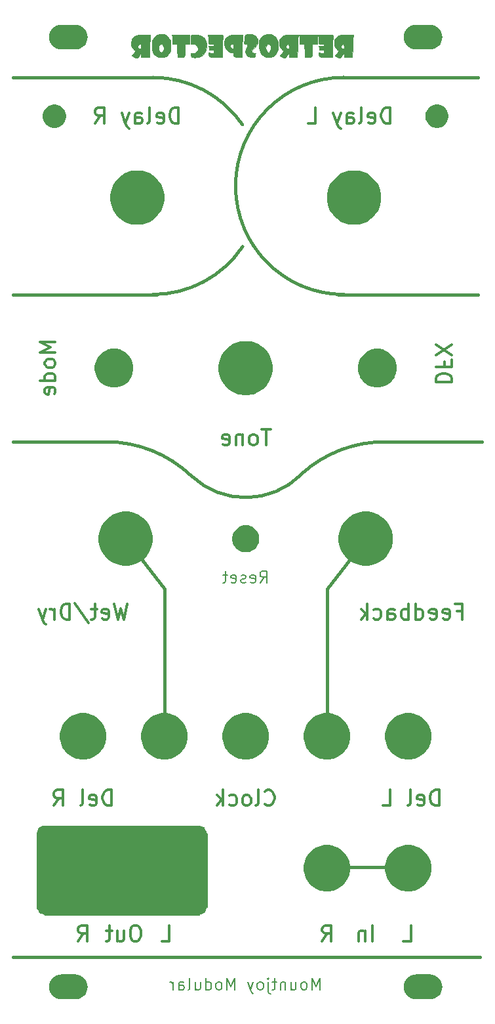
<source format=gbr>
G04 #@! TF.GenerationSoftware,KiCad,Pcbnew,(5.1.5)-3*
G04 #@! TF.CreationDate,2020-10-12T14:37:53+01:00*
G04 #@! TF.ProjectId,Retrospector_Panel,52657472-6f73-4706-9563-746f725f5061,rev?*
G04 #@! TF.SameCoordinates,Original*
G04 #@! TF.FileFunction,Soldermask,Bot*
G04 #@! TF.FilePolarity,Negative*
%FSLAX46Y46*%
G04 Gerber Fmt 4.6, Leading zero omitted, Abs format (unit mm)*
G04 Created by KiCad (PCBNEW (5.1.5)-3) date 2020-10-12 14:37:53*
%MOMM*%
%LPD*%
G04 APERTURE LIST*
%ADD10C,0.400000*%
%ADD11C,0.100000*%
%ADD12C,1.000000*%
%ADD13C,0.150000*%
%ADD14C,0.300000*%
%ADD15C,0.200000*%
%ADD16C,0.010000*%
G04 APERTURE END LIST*
D10*
X140500000Y-134000000D02*
X140500000Y-115000000D01*
X140500000Y-115000000D02*
X145500000Y-108500000D01*
X114500000Y-108500000D02*
X119500000Y-115000000D01*
X119500000Y-115000000D02*
X119500000Y-134300000D01*
X137202777Y-100202777D02*
G75*
G02X123000000Y-100400000I-7202777J7202777D01*
G01*
X112000000Y-96000000D02*
X100000000Y-96000000D01*
X112000000Y-96000000D02*
G75*
G02X123000000Y-100413830I1J-15913829D01*
G01*
X137179933Y-100177980D02*
G75*
G02X148200000Y-96000000I10791345J-11841283D01*
G01*
X160500000Y-96000000D02*
X148200000Y-96000000D01*
X118500000Y-77000000D02*
X100000000Y-77000000D01*
X129617796Y-70811966D02*
G75*
G02X118000000Y-77000000I-11617796J7811966D01*
G01*
X142700000Y-77000000D02*
G75*
G02X142700000Y-49000000I0J14000000D01*
G01*
X118000000Y-49000269D02*
G75*
G02X129600000Y-55100000I0J-14079859D01*
G01*
X100000000Y-49000000D02*
X118000000Y-49000000D01*
X142000000Y-49000000D02*
X160000000Y-49000000D01*
X160000000Y-77000000D02*
X142000000Y-77000000D01*
D11*
G36*
X124000000Y-157000000D02*
G01*
X104000000Y-157000000D01*
X104000000Y-156000000D01*
X124000000Y-156000000D01*
X124000000Y-157000000D01*
G37*
X124000000Y-157000000D02*
X104000000Y-157000000D01*
X104000000Y-156000000D01*
X124000000Y-156000000D01*
X124000000Y-157000000D01*
G36*
X124000000Y-146500000D02*
G01*
X104000000Y-146500000D01*
X104000000Y-145500000D01*
X124000000Y-145500000D01*
X124000000Y-146500000D01*
G37*
X124000000Y-146500000D02*
X104000000Y-146500000D01*
X104000000Y-145500000D01*
X124000000Y-145500000D01*
X124000000Y-146500000D01*
D12*
X124500000Y-156000000D02*
G75*
G03X124500000Y-156000000I-500000J0D01*
G01*
X124500000Y-146500000D02*
G75*
G03X124500000Y-146500000I-500000J0D01*
G01*
X104500000Y-156000000D02*
G75*
G03X104500000Y-156000000I-500000J0D01*
G01*
X104500000Y-146500000D02*
G75*
G03X104500000Y-146500000I-500000J0D01*
G01*
D10*
X140000000Y-150900000D02*
X151000000Y-150900000D01*
X100000000Y-162500000D02*
X160250000Y-162500000D01*
D11*
G36*
X125000000Y-156000000D02*
G01*
X103000000Y-156000000D01*
X103000000Y-146500000D01*
X125000000Y-146500000D01*
X125000000Y-156000000D01*
G37*
X125000000Y-156000000D02*
X103000000Y-156000000D01*
X103000000Y-146500000D01*
X125000000Y-146500000D01*
X125000000Y-156000000D01*
D13*
X131857142Y-114178571D02*
X132357142Y-113464285D01*
X132714285Y-114178571D02*
X132714285Y-112678571D01*
X132142857Y-112678571D01*
X132000000Y-112750000D01*
X131928571Y-112821428D01*
X131857142Y-112964285D01*
X131857142Y-113178571D01*
X131928571Y-113321428D01*
X132000000Y-113392857D01*
X132142857Y-113464285D01*
X132714285Y-113464285D01*
X130642857Y-114107142D02*
X130785714Y-114178571D01*
X131071428Y-114178571D01*
X131214285Y-114107142D01*
X131285714Y-113964285D01*
X131285714Y-113392857D01*
X131214285Y-113250000D01*
X131071428Y-113178571D01*
X130785714Y-113178571D01*
X130642857Y-113250000D01*
X130571428Y-113392857D01*
X130571428Y-113535714D01*
X131285714Y-113678571D01*
X130000000Y-114107142D02*
X129857142Y-114178571D01*
X129571428Y-114178571D01*
X129428571Y-114107142D01*
X129357142Y-113964285D01*
X129357142Y-113892857D01*
X129428571Y-113750000D01*
X129571428Y-113678571D01*
X129785714Y-113678571D01*
X129928571Y-113607142D01*
X130000000Y-113464285D01*
X130000000Y-113392857D01*
X129928571Y-113250000D01*
X129785714Y-113178571D01*
X129571428Y-113178571D01*
X129428571Y-113250000D01*
X128142857Y-114107142D02*
X128285714Y-114178571D01*
X128571428Y-114178571D01*
X128714285Y-114107142D01*
X128785714Y-113964285D01*
X128785714Y-113392857D01*
X128714285Y-113250000D01*
X128571428Y-113178571D01*
X128285714Y-113178571D01*
X128142857Y-113250000D01*
X128071428Y-113392857D01*
X128071428Y-113535714D01*
X128785714Y-113678571D01*
X127642857Y-113178571D02*
X127071428Y-113178571D01*
X127428571Y-112678571D02*
X127428571Y-113964285D01*
X127357142Y-114107142D01*
X127214285Y-114178571D01*
X127071428Y-114178571D01*
D14*
X132476190Y-142714285D02*
X132571428Y-142809523D01*
X132857142Y-142904761D01*
X133047619Y-142904761D01*
X133333333Y-142809523D01*
X133523809Y-142619047D01*
X133619047Y-142428571D01*
X133714285Y-142047619D01*
X133714285Y-141761904D01*
X133619047Y-141380952D01*
X133523809Y-141190476D01*
X133333333Y-141000000D01*
X133047619Y-140904761D01*
X132857142Y-140904761D01*
X132571428Y-141000000D01*
X132476190Y-141095238D01*
X131333333Y-142904761D02*
X131523809Y-142809523D01*
X131619047Y-142619047D01*
X131619047Y-140904761D01*
X130285714Y-142904761D02*
X130476190Y-142809523D01*
X130571428Y-142714285D01*
X130666666Y-142523809D01*
X130666666Y-141952380D01*
X130571428Y-141761904D01*
X130476190Y-141666666D01*
X130285714Y-141571428D01*
X130000000Y-141571428D01*
X129809523Y-141666666D01*
X129714285Y-141761904D01*
X129619047Y-141952380D01*
X129619047Y-142523809D01*
X129714285Y-142714285D01*
X129809523Y-142809523D01*
X130000000Y-142904761D01*
X130285714Y-142904761D01*
X127904761Y-142809523D02*
X128095238Y-142904761D01*
X128476190Y-142904761D01*
X128666666Y-142809523D01*
X128761904Y-142714285D01*
X128857142Y-142523809D01*
X128857142Y-141952380D01*
X128761904Y-141761904D01*
X128666666Y-141666666D01*
X128476190Y-141571428D01*
X128095238Y-141571428D01*
X127904761Y-141666666D01*
X127047619Y-142904761D02*
X127047619Y-140904761D01*
X126857142Y-142142857D02*
X126285714Y-142904761D01*
X126285714Y-141571428D02*
X127047619Y-142333333D01*
X154976190Y-142904761D02*
X154976190Y-140904761D01*
X154500000Y-140904761D01*
X154214285Y-141000000D01*
X154023809Y-141190476D01*
X153928571Y-141380952D01*
X153833333Y-141761904D01*
X153833333Y-142047619D01*
X153928571Y-142428571D01*
X154023809Y-142619047D01*
X154214285Y-142809523D01*
X154500000Y-142904761D01*
X154976190Y-142904761D01*
X152214285Y-142809523D02*
X152404761Y-142904761D01*
X152785714Y-142904761D01*
X152976190Y-142809523D01*
X153071428Y-142619047D01*
X153071428Y-141857142D01*
X152976190Y-141666666D01*
X152785714Y-141571428D01*
X152404761Y-141571428D01*
X152214285Y-141666666D01*
X152119047Y-141857142D01*
X152119047Y-142047619D01*
X153071428Y-142238095D01*
X150976190Y-142904761D02*
X151166666Y-142809523D01*
X151261904Y-142619047D01*
X151261904Y-140904761D01*
X147738095Y-142904761D02*
X148690476Y-142904761D01*
X148690476Y-140904761D01*
X112666666Y-142904761D02*
X112666666Y-140904761D01*
X112190476Y-140904761D01*
X111904761Y-141000000D01*
X111714285Y-141190476D01*
X111619047Y-141380952D01*
X111523809Y-141761904D01*
X111523809Y-142047619D01*
X111619047Y-142428571D01*
X111714285Y-142619047D01*
X111904761Y-142809523D01*
X112190476Y-142904761D01*
X112666666Y-142904761D01*
X109904761Y-142809523D02*
X110095238Y-142904761D01*
X110476190Y-142904761D01*
X110666666Y-142809523D01*
X110761904Y-142619047D01*
X110761904Y-141857142D01*
X110666666Y-141666666D01*
X110476190Y-141571428D01*
X110095238Y-141571428D01*
X109904761Y-141666666D01*
X109809523Y-141857142D01*
X109809523Y-142047619D01*
X110761904Y-142238095D01*
X108666666Y-142904761D02*
X108857142Y-142809523D01*
X108952380Y-142619047D01*
X108952380Y-140904761D01*
X105238095Y-142904761D02*
X105904761Y-141952380D01*
X106380952Y-142904761D02*
X106380952Y-140904761D01*
X105619047Y-140904761D01*
X105428571Y-141000000D01*
X105333333Y-141095238D01*
X105238095Y-141285714D01*
X105238095Y-141571428D01*
X105333333Y-141761904D01*
X105428571Y-141857142D01*
X105619047Y-141952380D01*
X106380952Y-141952380D01*
X119180952Y-160404761D02*
X120133333Y-160404761D01*
X120133333Y-158404761D01*
X115966666Y-158404761D02*
X115585714Y-158404761D01*
X115395238Y-158500000D01*
X115204761Y-158690476D01*
X115109523Y-159071428D01*
X115109523Y-159738095D01*
X115204761Y-160119047D01*
X115395238Y-160309523D01*
X115585714Y-160404761D01*
X115966666Y-160404761D01*
X116157142Y-160309523D01*
X116347619Y-160119047D01*
X116442857Y-159738095D01*
X116442857Y-159071428D01*
X116347619Y-158690476D01*
X116157142Y-158500000D01*
X115966666Y-158404761D01*
X113395238Y-159071428D02*
X113395238Y-160404761D01*
X114252380Y-159071428D02*
X114252380Y-160119047D01*
X114157142Y-160309523D01*
X113966666Y-160404761D01*
X113680952Y-160404761D01*
X113490476Y-160309523D01*
X113395238Y-160214285D01*
X112728571Y-159071428D02*
X111966666Y-159071428D01*
X112442857Y-158404761D02*
X112442857Y-160119047D01*
X112347619Y-160309523D01*
X112157142Y-160404761D01*
X111966666Y-160404761D01*
X108380952Y-160404761D02*
X109047619Y-159452380D01*
X109523809Y-160404761D02*
X109523809Y-158404761D01*
X108761904Y-158404761D01*
X108571428Y-158500000D01*
X108476190Y-158595238D01*
X108380952Y-158785714D01*
X108380952Y-159071428D01*
X108476190Y-159261904D01*
X108571428Y-159357142D01*
X108761904Y-159452380D01*
X109523809Y-159452380D01*
X139880952Y-160404761D02*
X140547619Y-159452380D01*
X141023809Y-160404761D02*
X141023809Y-158404761D01*
X140261904Y-158404761D01*
X140071428Y-158500000D01*
X139976190Y-158595238D01*
X139880952Y-158785714D01*
X139880952Y-159071428D01*
X139976190Y-159261904D01*
X140071428Y-159357142D01*
X140261904Y-159452380D01*
X141023809Y-159452380D01*
X150380952Y-160404761D02*
X151333333Y-160404761D01*
X151333333Y-158404761D01*
X146404761Y-160404761D02*
X146404761Y-158404761D01*
X145452380Y-159071428D02*
X145452380Y-160404761D01*
X145452380Y-159261904D02*
X145357142Y-159166666D01*
X145166666Y-159071428D01*
X144880952Y-159071428D01*
X144690476Y-159166666D01*
X144595238Y-159357142D01*
X144595238Y-160404761D01*
X114714285Y-116904761D02*
X114238095Y-118904761D01*
X113857142Y-117476190D01*
X113476190Y-118904761D01*
X113000000Y-116904761D01*
X111476190Y-118809523D02*
X111666666Y-118904761D01*
X112047619Y-118904761D01*
X112238095Y-118809523D01*
X112333333Y-118619047D01*
X112333333Y-117857142D01*
X112238095Y-117666666D01*
X112047619Y-117571428D01*
X111666666Y-117571428D01*
X111476190Y-117666666D01*
X111380952Y-117857142D01*
X111380952Y-118047619D01*
X112333333Y-118238095D01*
X110809523Y-117571428D02*
X110047619Y-117571428D01*
X110523809Y-116904761D02*
X110523809Y-118619047D01*
X110428571Y-118809523D01*
X110238095Y-118904761D01*
X110047619Y-118904761D01*
X107952380Y-116809523D02*
X109666666Y-119380952D01*
X107285714Y-118904761D02*
X107285714Y-116904761D01*
X106809523Y-116904761D01*
X106523809Y-117000000D01*
X106333333Y-117190476D01*
X106238095Y-117380952D01*
X106142857Y-117761904D01*
X106142857Y-118047619D01*
X106238095Y-118428571D01*
X106333333Y-118619047D01*
X106523809Y-118809523D01*
X106809523Y-118904761D01*
X107285714Y-118904761D01*
X105285714Y-118904761D02*
X105285714Y-117571428D01*
X105285714Y-117952380D02*
X105190476Y-117761904D01*
X105095238Y-117666666D01*
X104904761Y-117571428D01*
X104714285Y-117571428D01*
X104238095Y-117571428D02*
X103761904Y-118904761D01*
X103285714Y-117571428D02*
X103761904Y-118904761D01*
X103952380Y-119380952D01*
X104047619Y-119476190D01*
X104238095Y-119571428D01*
X157309523Y-117857142D02*
X157976190Y-117857142D01*
X157976190Y-118904761D02*
X157976190Y-116904761D01*
X157023809Y-116904761D01*
X155500000Y-118809523D02*
X155690476Y-118904761D01*
X156071428Y-118904761D01*
X156261904Y-118809523D01*
X156357142Y-118619047D01*
X156357142Y-117857142D01*
X156261904Y-117666666D01*
X156071428Y-117571428D01*
X155690476Y-117571428D01*
X155500000Y-117666666D01*
X155404761Y-117857142D01*
X155404761Y-118047619D01*
X156357142Y-118238095D01*
X153785714Y-118809523D02*
X153976190Y-118904761D01*
X154357142Y-118904761D01*
X154547619Y-118809523D01*
X154642857Y-118619047D01*
X154642857Y-117857142D01*
X154547619Y-117666666D01*
X154357142Y-117571428D01*
X153976190Y-117571428D01*
X153785714Y-117666666D01*
X153690476Y-117857142D01*
X153690476Y-118047619D01*
X154642857Y-118238095D01*
X151976190Y-118904761D02*
X151976190Y-116904761D01*
X151976190Y-118809523D02*
X152166666Y-118904761D01*
X152547619Y-118904761D01*
X152738095Y-118809523D01*
X152833333Y-118714285D01*
X152928571Y-118523809D01*
X152928571Y-117952380D01*
X152833333Y-117761904D01*
X152738095Y-117666666D01*
X152547619Y-117571428D01*
X152166666Y-117571428D01*
X151976190Y-117666666D01*
X151023809Y-118904761D02*
X151023809Y-116904761D01*
X151023809Y-117666666D02*
X150833333Y-117571428D01*
X150452380Y-117571428D01*
X150261904Y-117666666D01*
X150166666Y-117761904D01*
X150071428Y-117952380D01*
X150071428Y-118523809D01*
X150166666Y-118714285D01*
X150261904Y-118809523D01*
X150452380Y-118904761D01*
X150833333Y-118904761D01*
X151023809Y-118809523D01*
X148357142Y-118904761D02*
X148357142Y-117857142D01*
X148452380Y-117666666D01*
X148642857Y-117571428D01*
X149023809Y-117571428D01*
X149214285Y-117666666D01*
X148357142Y-118809523D02*
X148547619Y-118904761D01*
X149023809Y-118904761D01*
X149214285Y-118809523D01*
X149309523Y-118619047D01*
X149309523Y-118428571D01*
X149214285Y-118238095D01*
X149023809Y-118142857D01*
X148547619Y-118142857D01*
X148357142Y-118047619D01*
X146547619Y-118809523D02*
X146738095Y-118904761D01*
X147119047Y-118904761D01*
X147309523Y-118809523D01*
X147404761Y-118714285D01*
X147500000Y-118523809D01*
X147500000Y-117952380D01*
X147404761Y-117761904D01*
X147309523Y-117666666D01*
X147119047Y-117571428D01*
X146738095Y-117571428D01*
X146547619Y-117666666D01*
X145690476Y-118904761D02*
X145690476Y-116904761D01*
X145500000Y-118142857D02*
X144928571Y-118904761D01*
X144928571Y-117571428D02*
X145690476Y-118333333D01*
X105404761Y-83166666D02*
X103404761Y-83166666D01*
X104833333Y-83833333D01*
X103404761Y-84500000D01*
X105404761Y-84500000D01*
X105404761Y-85738095D02*
X105309523Y-85547619D01*
X105214285Y-85452380D01*
X105023809Y-85357142D01*
X104452380Y-85357142D01*
X104261904Y-85452380D01*
X104166666Y-85547619D01*
X104071428Y-85738095D01*
X104071428Y-86023809D01*
X104166666Y-86214285D01*
X104261904Y-86309523D01*
X104452380Y-86404761D01*
X105023809Y-86404761D01*
X105214285Y-86309523D01*
X105309523Y-86214285D01*
X105404761Y-86023809D01*
X105404761Y-85738095D01*
X105404761Y-88119047D02*
X103404761Y-88119047D01*
X105309523Y-88119047D02*
X105404761Y-87928571D01*
X105404761Y-87547619D01*
X105309523Y-87357142D01*
X105214285Y-87261904D01*
X105023809Y-87166666D01*
X104452380Y-87166666D01*
X104261904Y-87261904D01*
X104166666Y-87357142D01*
X104071428Y-87547619D01*
X104071428Y-87928571D01*
X104166666Y-88119047D01*
X105309523Y-89833333D02*
X105404761Y-89642857D01*
X105404761Y-89261904D01*
X105309523Y-89071428D01*
X105119047Y-88976190D01*
X104357142Y-88976190D01*
X104166666Y-89071428D01*
X104071428Y-89261904D01*
X104071428Y-89642857D01*
X104166666Y-89833333D01*
X104357142Y-89928571D01*
X104547619Y-89928571D01*
X104738095Y-88976190D01*
X154595238Y-88333333D02*
X156595238Y-88333333D01*
X156595238Y-87857142D01*
X156500000Y-87571428D01*
X156309523Y-87380952D01*
X156119047Y-87285714D01*
X155738095Y-87190476D01*
X155452380Y-87190476D01*
X155071428Y-87285714D01*
X154880952Y-87380952D01*
X154690476Y-87571428D01*
X154595238Y-87857142D01*
X154595238Y-88333333D01*
X155642857Y-85666666D02*
X155642857Y-86333333D01*
X154595238Y-86333333D02*
X156595238Y-86333333D01*
X156595238Y-85380952D01*
X156595238Y-84809523D02*
X154595238Y-83476190D01*
X156595238Y-83476190D02*
X154595238Y-84809523D01*
X133238095Y-94404761D02*
X132095238Y-94404761D01*
X132666666Y-96404761D02*
X132666666Y-94404761D01*
X131142857Y-96404761D02*
X131333333Y-96309523D01*
X131428571Y-96214285D01*
X131523809Y-96023809D01*
X131523809Y-95452380D01*
X131428571Y-95261904D01*
X131333333Y-95166666D01*
X131142857Y-95071428D01*
X130857142Y-95071428D01*
X130666666Y-95166666D01*
X130571428Y-95261904D01*
X130476190Y-95452380D01*
X130476190Y-96023809D01*
X130571428Y-96214285D01*
X130666666Y-96309523D01*
X130857142Y-96404761D01*
X131142857Y-96404761D01*
X129619047Y-95071428D02*
X129619047Y-96404761D01*
X129619047Y-95261904D02*
X129523809Y-95166666D01*
X129333333Y-95071428D01*
X129047619Y-95071428D01*
X128857142Y-95166666D01*
X128761904Y-95357142D01*
X128761904Y-96404761D01*
X127047619Y-96309523D02*
X127238095Y-96404761D01*
X127619047Y-96404761D01*
X127809523Y-96309523D01*
X127904761Y-96119047D01*
X127904761Y-95357142D01*
X127809523Y-95166666D01*
X127619047Y-95071428D01*
X127238095Y-95071428D01*
X127047619Y-95166666D01*
X126952380Y-95357142D01*
X126952380Y-95547619D01*
X127904761Y-95738095D01*
X121333333Y-54904761D02*
X121333333Y-52904761D01*
X120857142Y-52904761D01*
X120571428Y-53000000D01*
X120380952Y-53190476D01*
X120285714Y-53380952D01*
X120190476Y-53761904D01*
X120190476Y-54047619D01*
X120285714Y-54428571D01*
X120380952Y-54619047D01*
X120571428Y-54809523D01*
X120857142Y-54904761D01*
X121333333Y-54904761D01*
X118571428Y-54809523D02*
X118761904Y-54904761D01*
X119142857Y-54904761D01*
X119333333Y-54809523D01*
X119428571Y-54619047D01*
X119428571Y-53857142D01*
X119333333Y-53666666D01*
X119142857Y-53571428D01*
X118761904Y-53571428D01*
X118571428Y-53666666D01*
X118476190Y-53857142D01*
X118476190Y-54047619D01*
X119428571Y-54238095D01*
X117333333Y-54904761D02*
X117523809Y-54809523D01*
X117619047Y-54619047D01*
X117619047Y-52904761D01*
X115714285Y-54904761D02*
X115714285Y-53857142D01*
X115809523Y-53666666D01*
X116000000Y-53571428D01*
X116380952Y-53571428D01*
X116571428Y-53666666D01*
X115714285Y-54809523D02*
X115904761Y-54904761D01*
X116380952Y-54904761D01*
X116571428Y-54809523D01*
X116666666Y-54619047D01*
X116666666Y-54428571D01*
X116571428Y-54238095D01*
X116380952Y-54142857D01*
X115904761Y-54142857D01*
X115714285Y-54047619D01*
X114952380Y-53571428D02*
X114476190Y-54904761D01*
X114000000Y-53571428D02*
X114476190Y-54904761D01*
X114666666Y-55380952D01*
X114761904Y-55476190D01*
X114952380Y-55571428D01*
X110571428Y-54904761D02*
X111238095Y-53952380D01*
X111714285Y-54904761D02*
X111714285Y-52904761D01*
X110952380Y-52904761D01*
X110761904Y-53000000D01*
X110666666Y-53095238D01*
X110571428Y-53285714D01*
X110571428Y-53571428D01*
X110666666Y-53761904D01*
X110761904Y-53857142D01*
X110952380Y-53952380D01*
X111714285Y-53952380D01*
X148642857Y-54904761D02*
X148642857Y-52904761D01*
X148166666Y-52904761D01*
X147880952Y-53000000D01*
X147690476Y-53190476D01*
X147595238Y-53380952D01*
X147500000Y-53761904D01*
X147500000Y-54047619D01*
X147595238Y-54428571D01*
X147690476Y-54619047D01*
X147880952Y-54809523D01*
X148166666Y-54904761D01*
X148642857Y-54904761D01*
X145880952Y-54809523D02*
X146071428Y-54904761D01*
X146452380Y-54904761D01*
X146642857Y-54809523D01*
X146738095Y-54619047D01*
X146738095Y-53857142D01*
X146642857Y-53666666D01*
X146452380Y-53571428D01*
X146071428Y-53571428D01*
X145880952Y-53666666D01*
X145785714Y-53857142D01*
X145785714Y-54047619D01*
X146738095Y-54238095D01*
X144642857Y-54904761D02*
X144833333Y-54809523D01*
X144928571Y-54619047D01*
X144928571Y-52904761D01*
X143023809Y-54904761D02*
X143023809Y-53857142D01*
X143119047Y-53666666D01*
X143309523Y-53571428D01*
X143690476Y-53571428D01*
X143880952Y-53666666D01*
X143023809Y-54809523D02*
X143214285Y-54904761D01*
X143690476Y-54904761D01*
X143880952Y-54809523D01*
X143976190Y-54619047D01*
X143976190Y-54428571D01*
X143880952Y-54238095D01*
X143690476Y-54142857D01*
X143214285Y-54142857D01*
X143023809Y-54047619D01*
X142261904Y-53571428D02*
X141785714Y-54904761D01*
X141309523Y-53571428D02*
X141785714Y-54904761D01*
X141976190Y-55380952D01*
X142071428Y-55476190D01*
X142261904Y-55571428D01*
X138071428Y-54904761D02*
X139023809Y-54904761D01*
X139023809Y-52904761D01*
D15*
X139571428Y-166678571D02*
X139571428Y-165178571D01*
X139071428Y-166250000D01*
X138571428Y-165178571D01*
X138571428Y-166678571D01*
X137642857Y-166678571D02*
X137785714Y-166607142D01*
X137857142Y-166535714D01*
X137928571Y-166392857D01*
X137928571Y-165964285D01*
X137857142Y-165821428D01*
X137785714Y-165750000D01*
X137642857Y-165678571D01*
X137428571Y-165678571D01*
X137285714Y-165750000D01*
X137214285Y-165821428D01*
X137142857Y-165964285D01*
X137142857Y-166392857D01*
X137214285Y-166535714D01*
X137285714Y-166607142D01*
X137428571Y-166678571D01*
X137642857Y-166678571D01*
X135857142Y-165678571D02*
X135857142Y-166678571D01*
X136500000Y-165678571D02*
X136500000Y-166464285D01*
X136428571Y-166607142D01*
X136285714Y-166678571D01*
X136071428Y-166678571D01*
X135928571Y-166607142D01*
X135857142Y-166535714D01*
X135142857Y-165678571D02*
X135142857Y-166678571D01*
X135142857Y-165821428D02*
X135071428Y-165750000D01*
X134928571Y-165678571D01*
X134714285Y-165678571D01*
X134571428Y-165750000D01*
X134500000Y-165892857D01*
X134500000Y-166678571D01*
X134000000Y-165678571D02*
X133428571Y-165678571D01*
X133785714Y-165178571D02*
X133785714Y-166464285D01*
X133714285Y-166607142D01*
X133571428Y-166678571D01*
X133428571Y-166678571D01*
X132928571Y-165678571D02*
X132928571Y-166964285D01*
X133000000Y-167107142D01*
X133142857Y-167178571D01*
X133214285Y-167178571D01*
X132928571Y-165178571D02*
X133000000Y-165250000D01*
X132928571Y-165321428D01*
X132857142Y-165250000D01*
X132928571Y-165178571D01*
X132928571Y-165321428D01*
X132000000Y-166678571D02*
X132142857Y-166607142D01*
X132214285Y-166535714D01*
X132285714Y-166392857D01*
X132285714Y-165964285D01*
X132214285Y-165821428D01*
X132142857Y-165750000D01*
X132000000Y-165678571D01*
X131785714Y-165678571D01*
X131642857Y-165750000D01*
X131571428Y-165821428D01*
X131500000Y-165964285D01*
X131500000Y-166392857D01*
X131571428Y-166535714D01*
X131642857Y-166607142D01*
X131785714Y-166678571D01*
X132000000Y-166678571D01*
X131000000Y-165678571D02*
X130642857Y-166678571D01*
X130285714Y-165678571D02*
X130642857Y-166678571D01*
X130785714Y-167035714D01*
X130857142Y-167107142D01*
X131000000Y-167178571D01*
X128571428Y-166678571D02*
X128571428Y-165178571D01*
X128071428Y-166250000D01*
X127571428Y-165178571D01*
X127571428Y-166678571D01*
X126642857Y-166678571D02*
X126785714Y-166607142D01*
X126857142Y-166535714D01*
X126928571Y-166392857D01*
X126928571Y-165964285D01*
X126857142Y-165821428D01*
X126785714Y-165750000D01*
X126642857Y-165678571D01*
X126428571Y-165678571D01*
X126285714Y-165750000D01*
X126214285Y-165821428D01*
X126142857Y-165964285D01*
X126142857Y-166392857D01*
X126214285Y-166535714D01*
X126285714Y-166607142D01*
X126428571Y-166678571D01*
X126642857Y-166678571D01*
X124857142Y-166678571D02*
X124857142Y-165178571D01*
X124857142Y-166607142D02*
X125000000Y-166678571D01*
X125285714Y-166678571D01*
X125428571Y-166607142D01*
X125500000Y-166535714D01*
X125571428Y-166392857D01*
X125571428Y-165964285D01*
X125500000Y-165821428D01*
X125428571Y-165750000D01*
X125285714Y-165678571D01*
X125000000Y-165678571D01*
X124857142Y-165750000D01*
X123500000Y-165678571D02*
X123500000Y-166678571D01*
X124142857Y-165678571D02*
X124142857Y-166464285D01*
X124071428Y-166607142D01*
X123928571Y-166678571D01*
X123714285Y-166678571D01*
X123571428Y-166607142D01*
X123500000Y-166535714D01*
X122571428Y-166678571D02*
X122714285Y-166607142D01*
X122785714Y-166464285D01*
X122785714Y-165178571D01*
X121357142Y-166678571D02*
X121357142Y-165892857D01*
X121428571Y-165750000D01*
X121571428Y-165678571D01*
X121857142Y-165678571D01*
X122000000Y-165750000D01*
X121357142Y-166607142D02*
X121500000Y-166678571D01*
X121857142Y-166678571D01*
X122000000Y-166607142D01*
X122071428Y-166464285D01*
X122071428Y-166321428D01*
X122000000Y-166178571D01*
X121857142Y-166107142D01*
X121500000Y-166107142D01*
X121357142Y-166035714D01*
X120642857Y-166678571D02*
X120642857Y-165678571D01*
X120642857Y-165964285D02*
X120571428Y-165821428D01*
X120500000Y-165750000D01*
X120357142Y-165678571D01*
X120214285Y-165678571D01*
D16*
G36*
X120506477Y-43645875D02*
G01*
X120526443Y-43782354D01*
X120540611Y-43996856D01*
X120545633Y-44217375D01*
X120546500Y-44646000D01*
X121099365Y-44646000D01*
X121140433Y-45131830D01*
X121161517Y-45434300D01*
X121176334Y-45748155D01*
X121181500Y-45989080D01*
X121181500Y-46360500D01*
X121618594Y-46360500D01*
X121851261Y-46356813D01*
X121987324Y-46339679D01*
X122057107Y-46299983D01*
X122090932Y-46228613D01*
X122093977Y-46217625D01*
X122110786Y-46093207D01*
X122124040Y-45878293D01*
X122131851Y-45609379D01*
X122133133Y-45460818D01*
X122137344Y-45184666D01*
X122147931Y-44949865D01*
X122163040Y-44790044D01*
X122172544Y-44746443D01*
X122252612Y-44675161D01*
X122432162Y-44646984D01*
X122490044Y-44646000D01*
X122769000Y-44646000D01*
X122769000Y-43503000D01*
X120468188Y-43503000D01*
X120506477Y-43645875D01*
G37*
X120506477Y-43645875D02*
X120526443Y-43782354D01*
X120540611Y-43996856D01*
X120545633Y-44217375D01*
X120546500Y-44646000D01*
X121099365Y-44646000D01*
X121140433Y-45131830D01*
X121161517Y-45434300D01*
X121176334Y-45748155D01*
X121181500Y-45989080D01*
X121181500Y-46360500D01*
X121618594Y-46360500D01*
X121851261Y-46356813D01*
X121987324Y-46339679D01*
X122057107Y-46299983D01*
X122090932Y-46228613D01*
X122093977Y-46217625D01*
X122110786Y-46093207D01*
X122124040Y-45878293D01*
X122131851Y-45609379D01*
X122133133Y-45460818D01*
X122137344Y-45184666D01*
X122147931Y-44949865D01*
X122163040Y-44790044D01*
X122172544Y-44746443D01*
X122252612Y-44675161D01*
X122432162Y-44646984D01*
X122490044Y-44646000D01*
X122769000Y-44646000D01*
X122769000Y-43503000D01*
X120468188Y-43503000D01*
X120506477Y-43645875D01*
G36*
X125166790Y-43963374D02*
G01*
X125181781Y-44273068D01*
X125201495Y-44476988D01*
X125237875Y-44596152D01*
X125302866Y-44651582D01*
X125408410Y-44664298D01*
X125560197Y-44655746D01*
X125749061Y-44646886D01*
X125843806Y-44663829D01*
X125876802Y-44721014D01*
X125880500Y-44798621D01*
X125871331Y-44895503D01*
X125822358Y-44944386D01*
X125701381Y-44961581D01*
X125555063Y-44963500D01*
X125229625Y-44963500D01*
X125269313Y-45161937D01*
X125297221Y-45317630D01*
X125308999Y-45415415D01*
X125309000Y-45415937D01*
X125365771Y-45449077D01*
X125509404Y-45468953D01*
X125594750Y-45471500D01*
X125770416Y-45476862D01*
X125853611Y-45508757D01*
X125878837Y-45590893D01*
X125880500Y-45667876D01*
X125880500Y-45864253D01*
X125531261Y-45842501D01*
X125182022Y-45820750D01*
X125222101Y-46043000D01*
X125256065Y-46204540D01*
X125286329Y-46306792D01*
X125289338Y-46312875D01*
X125359513Y-46330778D01*
X125531852Y-46345608D01*
X125781531Y-46355960D01*
X126083726Y-46360424D01*
X126129567Y-46360500D01*
X126942638Y-46360500D01*
X126989131Y-45016396D01*
X127004456Y-44612268D01*
X127020795Y-44248692D01*
X127037039Y-43945714D01*
X127052080Y-43723384D01*
X127064810Y-43601751D01*
X127068106Y-43587646D01*
X127058295Y-43554565D01*
X126989115Y-43530975D01*
X126845024Y-43515482D01*
X126610484Y-43506694D01*
X126269952Y-43503218D01*
X126123344Y-43502999D01*
X125146099Y-43502999D01*
X125166790Y-43963374D01*
G37*
X125166790Y-43963374D02*
X125181781Y-44273068D01*
X125201495Y-44476988D01*
X125237875Y-44596152D01*
X125302866Y-44651582D01*
X125408410Y-44664298D01*
X125560197Y-44655746D01*
X125749061Y-44646886D01*
X125843806Y-44663829D01*
X125876802Y-44721014D01*
X125880500Y-44798621D01*
X125871331Y-44895503D01*
X125822358Y-44944386D01*
X125701381Y-44961581D01*
X125555063Y-44963500D01*
X125229625Y-44963500D01*
X125269313Y-45161937D01*
X125297221Y-45317630D01*
X125308999Y-45415415D01*
X125309000Y-45415937D01*
X125365771Y-45449077D01*
X125509404Y-45468953D01*
X125594750Y-45471500D01*
X125770416Y-45476862D01*
X125853611Y-45508757D01*
X125878837Y-45590893D01*
X125880500Y-45667876D01*
X125880500Y-45864253D01*
X125531261Y-45842501D01*
X125182022Y-45820750D01*
X125222101Y-46043000D01*
X125256065Y-46204540D01*
X125286329Y-46306792D01*
X125289338Y-46312875D01*
X125359513Y-46330778D01*
X125531852Y-46345608D01*
X125781531Y-46355960D01*
X126083726Y-46360424D01*
X126129567Y-46360500D01*
X126942638Y-46360500D01*
X126989131Y-45016396D01*
X127004456Y-44612268D01*
X127020795Y-44248692D01*
X127037039Y-43945714D01*
X127052080Y-43723384D01*
X127064810Y-43601751D01*
X127068106Y-43587646D01*
X127058295Y-43554565D01*
X126989115Y-43530975D01*
X126845024Y-43515482D01*
X126610484Y-43506694D01*
X126269952Y-43503218D01*
X126123344Y-43502999D01*
X125146099Y-43502999D01*
X125166790Y-43963374D01*
G36*
X128526175Y-43473568D02*
G01*
X128302053Y-43484415D01*
X128137857Y-43509628D01*
X128000067Y-43555044D01*
X127855160Y-43626500D01*
X127810050Y-43651245D01*
X127503778Y-43870737D01*
X127312757Y-44133290D01*
X127228106Y-44455111D01*
X127226764Y-44715979D01*
X127310841Y-45090412D01*
X127496231Y-45397941D01*
X127770161Y-45624452D01*
X128119858Y-45755833D01*
X128177353Y-45766350D01*
X128342197Y-45808044D01*
X128411940Y-45876900D01*
X128421368Y-45939990D01*
X128431661Y-46140519D01*
X128475688Y-46264703D01*
X128577892Y-46330663D01*
X128762720Y-46356516D01*
X128988682Y-46360500D01*
X129478550Y-46360500D01*
X129538109Y-44987728D01*
X128420500Y-44987728D01*
X128420500Y-45337893D01*
X128229618Y-45271351D01*
X128057548Y-45158370D01*
X127998017Y-45042576D01*
X127997002Y-44842884D01*
X128100641Y-44708039D01*
X128252280Y-44657657D01*
X128348333Y-44653023D01*
X128398421Y-44688305D01*
X128417493Y-44792836D01*
X128420500Y-44987728D01*
X129538109Y-44987728D01*
X129539849Y-44947625D01*
X129556554Y-44537262D01*
X129569369Y-44170901D01*
X129577819Y-43867079D01*
X129581428Y-43644331D01*
X129579720Y-43521193D01*
X129576945Y-43503000D01*
X129507559Y-43490284D01*
X129337789Y-43479993D01*
X129094249Y-43473282D01*
X128843746Y-43471250D01*
X128526175Y-43473568D01*
G37*
X128526175Y-43473568D02*
X128302053Y-43484415D01*
X128137857Y-43509628D01*
X128000067Y-43555044D01*
X127855160Y-43626500D01*
X127810050Y-43651245D01*
X127503778Y-43870737D01*
X127312757Y-44133290D01*
X127228106Y-44455111D01*
X127226764Y-44715979D01*
X127310841Y-45090412D01*
X127496231Y-45397941D01*
X127770161Y-45624452D01*
X128119858Y-45755833D01*
X128177353Y-45766350D01*
X128342197Y-45808044D01*
X128411940Y-45876900D01*
X128421368Y-45939990D01*
X128431661Y-46140519D01*
X128475688Y-46264703D01*
X128577892Y-46330663D01*
X128762720Y-46356516D01*
X128988682Y-46360500D01*
X129478550Y-46360500D01*
X129538109Y-44987728D01*
X128420500Y-44987728D01*
X128420500Y-45337893D01*
X128229618Y-45271351D01*
X128057548Y-45158370D01*
X127998017Y-45042576D01*
X127997002Y-44842884D01*
X128100641Y-44708039D01*
X128252280Y-44657657D01*
X128348333Y-44653023D01*
X128398421Y-44688305D01*
X128417493Y-44792836D01*
X128420500Y-44987728D01*
X129538109Y-44987728D01*
X129539849Y-44947625D01*
X129556554Y-44537262D01*
X129569369Y-44170901D01*
X129577819Y-43867079D01*
X129581428Y-43644331D01*
X129579720Y-43521193D01*
X129576945Y-43503000D01*
X129507559Y-43490284D01*
X129337789Y-43479993D01*
X129094249Y-43473282D01*
X128843746Y-43471250D01*
X128526175Y-43473568D01*
G36*
X136952977Y-43645875D02*
G01*
X136972943Y-43782354D01*
X136987111Y-43996856D01*
X136992133Y-44217375D01*
X136993000Y-44646000D01*
X137545865Y-44646000D01*
X137586933Y-45131830D01*
X137608017Y-45434300D01*
X137622834Y-45748155D01*
X137628000Y-45989080D01*
X137628000Y-46360500D01*
X138065094Y-46360500D01*
X138297761Y-46356813D01*
X138433824Y-46339679D01*
X138503607Y-46299983D01*
X138537432Y-46228613D01*
X138540477Y-46217625D01*
X138557286Y-46093207D01*
X138570540Y-45878293D01*
X138578351Y-45609379D01*
X138579633Y-45460818D01*
X138583844Y-45184666D01*
X138594431Y-44949865D01*
X138609540Y-44790044D01*
X138619044Y-44746443D01*
X138699112Y-44675161D01*
X138878662Y-44646984D01*
X138936544Y-44646000D01*
X139215500Y-44646000D01*
X139215500Y-43503000D01*
X136914688Y-43503000D01*
X136952977Y-43645875D01*
G37*
X136952977Y-43645875D02*
X136972943Y-43782354D01*
X136987111Y-43996856D01*
X136992133Y-44217375D01*
X136993000Y-44646000D01*
X137545865Y-44646000D01*
X137586933Y-45131830D01*
X137608017Y-45434300D01*
X137622834Y-45748155D01*
X137628000Y-45989080D01*
X137628000Y-46360500D01*
X138065094Y-46360500D01*
X138297761Y-46356813D01*
X138433824Y-46339679D01*
X138503607Y-46299983D01*
X138537432Y-46228613D01*
X138540477Y-46217625D01*
X138557286Y-46093207D01*
X138570540Y-45878293D01*
X138578351Y-45609379D01*
X138579633Y-45460818D01*
X138583844Y-45184666D01*
X138594431Y-44949865D01*
X138609540Y-44790044D01*
X138619044Y-44746443D01*
X138699112Y-44675161D01*
X138878662Y-44646984D01*
X138936544Y-44646000D01*
X139215500Y-44646000D01*
X139215500Y-43503000D01*
X136914688Y-43503000D01*
X136952977Y-43645875D01*
G36*
X139390790Y-43963374D02*
G01*
X139405781Y-44273068D01*
X139425495Y-44476988D01*
X139461875Y-44596152D01*
X139526866Y-44651582D01*
X139632410Y-44664298D01*
X139784197Y-44655746D01*
X139973061Y-44646886D01*
X140067806Y-44663829D01*
X140100802Y-44721014D01*
X140104500Y-44798621D01*
X140095331Y-44895503D01*
X140046358Y-44944386D01*
X139925381Y-44961581D01*
X139779063Y-44963500D01*
X139453625Y-44963500D01*
X139493313Y-45161937D01*
X139521221Y-45317630D01*
X139532999Y-45415415D01*
X139533000Y-45415937D01*
X139589771Y-45449077D01*
X139733404Y-45468953D01*
X139818750Y-45471500D01*
X139994416Y-45476862D01*
X140077611Y-45508757D01*
X140102837Y-45590893D01*
X140104500Y-45667876D01*
X140104500Y-45864253D01*
X139755261Y-45842501D01*
X139406022Y-45820750D01*
X139446101Y-46043000D01*
X139480065Y-46204540D01*
X139510329Y-46306792D01*
X139513338Y-46312875D01*
X139583513Y-46330778D01*
X139755852Y-46345608D01*
X140005531Y-46355960D01*
X140307726Y-46360424D01*
X140353567Y-46360500D01*
X141166638Y-46360500D01*
X141213131Y-45016396D01*
X141228456Y-44612268D01*
X141244795Y-44248692D01*
X141261039Y-43945714D01*
X141276080Y-43723384D01*
X141288810Y-43601751D01*
X141292106Y-43587646D01*
X141282295Y-43554565D01*
X141213115Y-43530975D01*
X141069024Y-43515482D01*
X140834484Y-43506694D01*
X140493952Y-43503218D01*
X140347344Y-43502999D01*
X139370099Y-43502999D01*
X139390790Y-43963374D01*
G37*
X139390790Y-43963374D02*
X139405781Y-44273068D01*
X139425495Y-44476988D01*
X139461875Y-44596152D01*
X139526866Y-44651582D01*
X139632410Y-44664298D01*
X139784197Y-44655746D01*
X139973061Y-44646886D01*
X140067806Y-44663829D01*
X140100802Y-44721014D01*
X140104500Y-44798621D01*
X140095331Y-44895503D01*
X140046358Y-44944386D01*
X139925381Y-44961581D01*
X139779063Y-44963500D01*
X139453625Y-44963500D01*
X139493313Y-45161937D01*
X139521221Y-45317630D01*
X139532999Y-45415415D01*
X139533000Y-45415937D01*
X139589771Y-45449077D01*
X139733404Y-45468953D01*
X139818750Y-45471500D01*
X139994416Y-45476862D01*
X140077611Y-45508757D01*
X140102837Y-45590893D01*
X140104500Y-45667876D01*
X140104500Y-45864253D01*
X139755261Y-45842501D01*
X139406022Y-45820750D01*
X139446101Y-46043000D01*
X139480065Y-46204540D01*
X139510329Y-46306792D01*
X139513338Y-46312875D01*
X139583513Y-46330778D01*
X139755852Y-46345608D01*
X140005531Y-46355960D01*
X140307726Y-46360424D01*
X140353567Y-46360500D01*
X141166638Y-46360500D01*
X141213131Y-45016396D01*
X141228456Y-44612268D01*
X141244795Y-44248692D01*
X141261039Y-43945714D01*
X141276080Y-43723384D01*
X141288810Y-43601751D01*
X141292106Y-43587646D01*
X141282295Y-43554565D01*
X141213115Y-43530975D01*
X141069024Y-43515482D01*
X140834484Y-43506694D01*
X140493952Y-43503218D01*
X140347344Y-43502999D01*
X139370099Y-43502999D01*
X139390790Y-43963374D01*
G36*
X118617994Y-43493100D02*
G01*
X118307773Y-43686973D01*
X118066438Y-43975005D01*
X117998859Y-44103622D01*
X117915826Y-44388712D01*
X117879289Y-44742639D01*
X117888837Y-45116219D01*
X117944061Y-45460268D01*
X118011836Y-45662000D01*
X118213611Y-46013505D01*
X118455095Y-46250775D01*
X118750936Y-46384076D01*
X119098722Y-46423762D01*
X119434249Y-46383916D01*
X119656378Y-46288724D01*
X119829090Y-46171537D01*
X119959155Y-46044401D01*
X120081271Y-45867947D01*
X120180741Y-45693750D01*
X120252573Y-45537400D01*
X120295699Y-45364782D01*
X120316730Y-45137317D01*
X120317191Y-45114552D01*
X119425597Y-45114552D01*
X119413893Y-45337782D01*
X119354512Y-45546988D01*
X119253938Y-45707899D01*
X119118652Y-45786244D01*
X119086000Y-45789000D01*
X118964796Y-45739429D01*
X118854631Y-45625243D01*
X118767857Y-45412918D01*
X118743987Y-45169757D01*
X118781015Y-44942117D01*
X118876935Y-44776350D01*
X118891952Y-44763104D01*
X119011655Y-44678571D01*
X119086000Y-44646000D01*
X119166471Y-44682267D01*
X119280049Y-44763104D01*
X119383144Y-44911569D01*
X119425597Y-45114552D01*
X120317191Y-45114552D01*
X120322186Y-44868250D01*
X120318996Y-44580155D01*
X120301673Y-44378784D01*
X120262326Y-44224011D01*
X120193064Y-44075714D01*
X120152228Y-44004133D01*
X119964989Y-43742311D01*
X119747710Y-43569985D01*
X119458758Y-43457190D01*
X119356690Y-43431585D01*
X118974999Y-43404325D01*
X118617994Y-43493100D01*
G37*
X118617994Y-43493100D02*
X118307773Y-43686973D01*
X118066438Y-43975005D01*
X117998859Y-44103622D01*
X117915826Y-44388712D01*
X117879289Y-44742639D01*
X117888837Y-45116219D01*
X117944061Y-45460268D01*
X118011836Y-45662000D01*
X118213611Y-46013505D01*
X118455095Y-46250775D01*
X118750936Y-46384076D01*
X119098722Y-46423762D01*
X119434249Y-46383916D01*
X119656378Y-46288724D01*
X119829090Y-46171537D01*
X119959155Y-46044401D01*
X120081271Y-45867947D01*
X120180741Y-45693750D01*
X120252573Y-45537400D01*
X120295699Y-45364782D01*
X120316730Y-45137317D01*
X120317191Y-45114552D01*
X119425597Y-45114552D01*
X119413893Y-45337782D01*
X119354512Y-45546988D01*
X119253938Y-45707899D01*
X119118652Y-45786244D01*
X119086000Y-45789000D01*
X118964796Y-45739429D01*
X118854631Y-45625243D01*
X118767857Y-45412918D01*
X118743987Y-45169757D01*
X118781015Y-44942117D01*
X118876935Y-44776350D01*
X118891952Y-44763104D01*
X119011655Y-44678571D01*
X119086000Y-44646000D01*
X119166471Y-44682267D01*
X119280049Y-44763104D01*
X119383144Y-44911569D01*
X119425597Y-45114552D01*
X120317191Y-45114552D01*
X120322186Y-44868250D01*
X120318996Y-44580155D01*
X120301673Y-44378784D01*
X120262326Y-44224011D01*
X120193064Y-44075714D01*
X120152228Y-44004133D01*
X119964989Y-43742311D01*
X119747710Y-43569985D01*
X119458758Y-43457190D01*
X119356690Y-43431585D01*
X118974999Y-43404325D01*
X118617994Y-43493100D01*
G36*
X123208975Y-43506633D02*
G01*
X123046941Y-43530055D01*
X122953465Y-43597136D01*
X122909695Y-43730352D01*
X122896779Y-43952180D01*
X122896000Y-44174943D01*
X122896000Y-44646000D01*
X123124328Y-44646000D01*
X123399869Y-44694777D01*
X123627452Y-44827096D01*
X123772718Y-45021935D01*
X123783188Y-45049096D01*
X123840584Y-45278782D01*
X123815625Y-45456975D01*
X123698187Y-45636642D01*
X123663193Y-45676873D01*
X123527751Y-45808228D01*
X123396319Y-45865450D01*
X123207071Y-45873915D01*
X123184961Y-45873147D01*
X122892036Y-45862044D01*
X122934928Y-46095397D01*
X122980672Y-46260720D01*
X123037965Y-46366765D01*
X123048035Y-46375402D01*
X123182967Y-46413919D01*
X123398821Y-46424517D01*
X123653281Y-46409961D01*
X123904030Y-46373015D01*
X124108752Y-46316442D01*
X124137794Y-46304230D01*
X124466141Y-46090565D01*
X124719091Y-45796707D01*
X124891248Y-45447033D01*
X124977214Y-45065917D01*
X124971592Y-44677734D01*
X124868985Y-44306858D01*
X124663995Y-43977664D01*
X124655206Y-43967546D01*
X124401657Y-43737045D01*
X124107416Y-43590637D01*
X123744781Y-43517602D01*
X123458419Y-43504394D01*
X123208975Y-43506633D01*
G37*
X123208975Y-43506633D02*
X123046941Y-43530055D01*
X122953465Y-43597136D01*
X122909695Y-43730352D01*
X122896779Y-43952180D01*
X122896000Y-44174943D01*
X122896000Y-44646000D01*
X123124328Y-44646000D01*
X123399869Y-44694777D01*
X123627452Y-44827096D01*
X123772718Y-45021935D01*
X123783188Y-45049096D01*
X123840584Y-45278782D01*
X123815625Y-45456975D01*
X123698187Y-45636642D01*
X123663193Y-45676873D01*
X123527751Y-45808228D01*
X123396319Y-45865450D01*
X123207071Y-45873915D01*
X123184961Y-45873147D01*
X122892036Y-45862044D01*
X122934928Y-46095397D01*
X122980672Y-46260720D01*
X123037965Y-46366765D01*
X123048035Y-46375402D01*
X123182967Y-46413919D01*
X123398821Y-46424517D01*
X123653281Y-46409961D01*
X123904030Y-46373015D01*
X124108752Y-46316442D01*
X124137794Y-46304230D01*
X124466141Y-46090565D01*
X124719091Y-45796707D01*
X124891248Y-45447033D01*
X124977214Y-45065917D01*
X124971592Y-44677734D01*
X124868985Y-44306858D01*
X124663995Y-43977664D01*
X124655206Y-43967546D01*
X124401657Y-43737045D01*
X124107416Y-43590637D01*
X123744781Y-43517602D01*
X123458419Y-43504394D01*
X123208975Y-43506633D01*
G36*
X130223784Y-43448296D02*
G01*
X130045966Y-43467711D01*
X129961743Y-43490999D01*
X129918742Y-43577259D01*
X129878678Y-43764313D01*
X129846815Y-44025976D01*
X129841641Y-44088193D01*
X129799546Y-44635831D01*
X129976744Y-44656790D01*
X130153207Y-44707866D01*
X130232066Y-44815254D01*
X130216118Y-44990462D01*
X130115934Y-45229741D01*
X130022250Y-45438648D01*
X129959982Y-45622998D01*
X129944500Y-45713689D01*
X130001451Y-45974550D01*
X130159399Y-46183434D01*
X130398987Y-46328913D01*
X130700859Y-46399560D01*
X131045659Y-46383943D01*
X131071625Y-46379185D01*
X131185086Y-46316570D01*
X131215368Y-46244958D01*
X131232422Y-46096652D01*
X131254524Y-45995375D01*
X131263088Y-45889511D01*
X131187289Y-45854420D01*
X131131850Y-45852500D01*
X130902876Y-45823467D01*
X130786590Y-45737849D01*
X130783117Y-45597865D01*
X130892579Y-45405735D01*
X131094644Y-45183362D01*
X131375759Y-44868807D01*
X131540009Y-44577770D01*
X131591830Y-44296145D01*
X131535655Y-44009830D01*
X131494347Y-43912278D01*
X131320845Y-43691034D01*
X131048461Y-43536108D01*
X130689937Y-43453248D01*
X130448327Y-43440472D01*
X130223784Y-43448296D01*
G37*
X130223784Y-43448296D02*
X130045966Y-43467711D01*
X129961743Y-43490999D01*
X129918742Y-43577259D01*
X129878678Y-43764313D01*
X129846815Y-44025976D01*
X129841641Y-44088193D01*
X129799546Y-44635831D01*
X129976744Y-44656790D01*
X130153207Y-44707866D01*
X130232066Y-44815254D01*
X130216118Y-44990462D01*
X130115934Y-45229741D01*
X130022250Y-45438648D01*
X129959982Y-45622998D01*
X129944500Y-45713689D01*
X130001451Y-45974550D01*
X130159399Y-46183434D01*
X130398987Y-46328913D01*
X130700859Y-46399560D01*
X131045659Y-46383943D01*
X131071625Y-46379185D01*
X131185086Y-46316570D01*
X131215368Y-46244958D01*
X131232422Y-46096652D01*
X131254524Y-45995375D01*
X131263088Y-45889511D01*
X131187289Y-45854420D01*
X131131850Y-45852500D01*
X130902876Y-45823467D01*
X130786590Y-45737849D01*
X130783117Y-45597865D01*
X130892579Y-45405735D01*
X131094644Y-45183362D01*
X131375759Y-44868807D01*
X131540009Y-44577770D01*
X131591830Y-44296145D01*
X131535655Y-44009830D01*
X131494347Y-43912278D01*
X131320845Y-43691034D01*
X131048461Y-43536108D01*
X130689937Y-43453248D01*
X130448327Y-43440472D01*
X130223784Y-43448296D01*
G36*
X132460994Y-43493100D02*
G01*
X132150773Y-43686973D01*
X131909438Y-43975005D01*
X131841859Y-44103622D01*
X131758826Y-44388712D01*
X131722289Y-44742639D01*
X131731837Y-45116219D01*
X131787061Y-45460268D01*
X131854836Y-45662000D01*
X132056611Y-46013505D01*
X132298095Y-46250775D01*
X132593936Y-46384076D01*
X132941722Y-46423762D01*
X133277249Y-46383916D01*
X133499378Y-46288724D01*
X133672090Y-46171537D01*
X133802155Y-46044401D01*
X133924271Y-45867947D01*
X134023741Y-45693750D01*
X134095573Y-45537400D01*
X134138699Y-45364782D01*
X134159730Y-45137317D01*
X134160191Y-45114552D01*
X133268597Y-45114552D01*
X133256893Y-45337782D01*
X133197512Y-45546988D01*
X133096938Y-45707899D01*
X132961652Y-45786244D01*
X132929000Y-45789000D01*
X132807796Y-45739429D01*
X132697631Y-45625243D01*
X132610857Y-45412918D01*
X132586987Y-45169757D01*
X132624015Y-44942117D01*
X132719935Y-44776350D01*
X132734952Y-44763104D01*
X132854655Y-44678571D01*
X132929000Y-44646000D01*
X133009471Y-44682267D01*
X133123049Y-44763104D01*
X133226144Y-44911569D01*
X133268597Y-45114552D01*
X134160191Y-45114552D01*
X134165186Y-44868250D01*
X134161996Y-44580155D01*
X134144673Y-44378784D01*
X134105326Y-44224011D01*
X134036064Y-44075714D01*
X133995228Y-44004133D01*
X133807989Y-43742311D01*
X133590710Y-43569985D01*
X133301758Y-43457190D01*
X133199690Y-43431585D01*
X132817999Y-43404325D01*
X132460994Y-43493100D01*
G37*
X132460994Y-43493100D02*
X132150773Y-43686973D01*
X131909438Y-43975005D01*
X131841859Y-44103622D01*
X131758826Y-44388712D01*
X131722289Y-44742639D01*
X131731837Y-45116219D01*
X131787061Y-45460268D01*
X131854836Y-45662000D01*
X132056611Y-46013505D01*
X132298095Y-46250775D01*
X132593936Y-46384076D01*
X132941722Y-46423762D01*
X133277249Y-46383916D01*
X133499378Y-46288724D01*
X133672090Y-46171537D01*
X133802155Y-46044401D01*
X133924271Y-45867947D01*
X134023741Y-45693750D01*
X134095573Y-45537400D01*
X134138699Y-45364782D01*
X134159730Y-45137317D01*
X134160191Y-45114552D01*
X133268597Y-45114552D01*
X133256893Y-45337782D01*
X133197512Y-45546988D01*
X133096938Y-45707899D01*
X132961652Y-45786244D01*
X132929000Y-45789000D01*
X132807796Y-45739429D01*
X132697631Y-45625243D01*
X132610857Y-45412918D01*
X132586987Y-45169757D01*
X132624015Y-44942117D01*
X132719935Y-44776350D01*
X132734952Y-44763104D01*
X132854655Y-44678571D01*
X132929000Y-44646000D01*
X133009471Y-44682267D01*
X133123049Y-44763104D01*
X133226144Y-44911569D01*
X133268597Y-45114552D01*
X134160191Y-45114552D01*
X134165186Y-44868250D01*
X134161996Y-44580155D01*
X134144673Y-44378784D01*
X134105326Y-44224011D01*
X134036064Y-44075714D01*
X133995228Y-44004133D01*
X133807989Y-43742311D01*
X133590710Y-43569985D01*
X133301758Y-43457190D01*
X133199690Y-43431585D01*
X132817999Y-43404325D01*
X132460994Y-43493100D01*
G36*
X116534756Y-43482137D02*
G01*
X116284892Y-43494831D01*
X116098814Y-43521883D01*
X115944999Y-43567212D01*
X115847500Y-43608283D01*
X115556045Y-43770911D01*
X115369315Y-43956441D01*
X115265305Y-44196006D01*
X115223766Y-44490736D01*
X115215538Y-44732198D01*
X115235788Y-44899275D01*
X115295408Y-45043359D01*
X115364663Y-45155434D01*
X115471731Y-45303878D01*
X115554601Y-45395198D01*
X115578526Y-45408972D01*
X115667745Y-45440176D01*
X115715213Y-45466888D01*
X115748585Y-45517262D01*
X115718272Y-45604476D01*
X115614015Y-45750010D01*
X115532547Y-45849458D01*
X115398656Y-46016229D01*
X115309312Y-46140908D01*
X115283781Y-46196603D01*
X115283834Y-46196652D01*
X115349185Y-46234646D01*
X115493399Y-46310545D01*
X115635027Y-46382590D01*
X115829499Y-46472872D01*
X115946229Y-46503121D01*
X116015903Y-46479426D01*
X116033147Y-46461597D01*
X116100846Y-46361968D01*
X116203331Y-46191713D01*
X116292095Y-46034993D01*
X116480200Y-45693750D01*
X116482500Y-46360500D01*
X117542118Y-46360500D01*
X117596827Y-45091891D01*
X116482397Y-45091891D01*
X116468371Y-45239448D01*
X116444542Y-45297791D01*
X116354613Y-45310086D01*
X116215568Y-45261466D01*
X116117375Y-45199867D01*
X116042882Y-45072899D01*
X116057686Y-44912856D01*
X116153756Y-44768248D01*
X116193958Y-44737240D01*
X116326338Y-44676358D01*
X116416208Y-44676024D01*
X116453935Y-44757929D01*
X116476792Y-44913968D01*
X116482397Y-45091891D01*
X117596827Y-45091891D01*
X117603049Y-44947625D01*
X117619877Y-44537683D01*
X117633259Y-44172149D01*
X117642652Y-43869461D01*
X117647517Y-43648055D01*
X117647310Y-43526367D01*
X117645294Y-43508846D01*
X117578306Y-43498480D01*
X117409944Y-43489545D01*
X117165835Y-43483011D01*
X116879930Y-43479880D01*
X116534756Y-43482137D01*
G37*
X116534756Y-43482137D02*
X116284892Y-43494831D01*
X116098814Y-43521883D01*
X115944999Y-43567212D01*
X115847500Y-43608283D01*
X115556045Y-43770911D01*
X115369315Y-43956441D01*
X115265305Y-44196006D01*
X115223766Y-44490736D01*
X115215538Y-44732198D01*
X115235788Y-44899275D01*
X115295408Y-45043359D01*
X115364663Y-45155434D01*
X115471731Y-45303878D01*
X115554601Y-45395198D01*
X115578526Y-45408972D01*
X115667745Y-45440176D01*
X115715213Y-45466888D01*
X115748585Y-45517262D01*
X115718272Y-45604476D01*
X115614015Y-45750010D01*
X115532547Y-45849458D01*
X115398656Y-46016229D01*
X115309312Y-46140908D01*
X115283781Y-46196603D01*
X115283834Y-46196652D01*
X115349185Y-46234646D01*
X115493399Y-46310545D01*
X115635027Y-46382590D01*
X115829499Y-46472872D01*
X115946229Y-46503121D01*
X116015903Y-46479426D01*
X116033147Y-46461597D01*
X116100846Y-46361968D01*
X116203331Y-46191713D01*
X116292095Y-46034993D01*
X116480200Y-45693750D01*
X116482500Y-46360500D01*
X117542118Y-46360500D01*
X117596827Y-45091891D01*
X116482397Y-45091891D01*
X116468371Y-45239448D01*
X116444542Y-45297791D01*
X116354613Y-45310086D01*
X116215568Y-45261466D01*
X116117375Y-45199867D01*
X116042882Y-45072899D01*
X116057686Y-44912856D01*
X116153756Y-44768248D01*
X116193958Y-44737240D01*
X116326338Y-44676358D01*
X116416208Y-44676024D01*
X116453935Y-44757929D01*
X116476792Y-44913968D01*
X116482397Y-45091891D01*
X117596827Y-45091891D01*
X117603049Y-44947625D01*
X117619877Y-44537683D01*
X117633259Y-44172149D01*
X117642652Y-43869461D01*
X117647517Y-43648055D01*
X117647310Y-43526367D01*
X117645294Y-43508846D01*
X117578306Y-43498480D01*
X117409944Y-43489545D01*
X117165835Y-43483011D01*
X116879930Y-43479880D01*
X116534756Y-43482137D01*
G36*
X135648256Y-43482137D02*
G01*
X135398392Y-43494831D01*
X135212314Y-43521883D01*
X135058499Y-43567212D01*
X134961000Y-43608283D01*
X134669545Y-43770911D01*
X134482815Y-43956441D01*
X134378805Y-44196006D01*
X134337266Y-44490736D01*
X134329038Y-44732198D01*
X134349288Y-44899275D01*
X134408908Y-45043359D01*
X134478163Y-45155434D01*
X134585231Y-45303878D01*
X134668101Y-45395198D01*
X134692026Y-45408972D01*
X134781245Y-45440176D01*
X134828713Y-45466888D01*
X134862085Y-45517262D01*
X134831772Y-45604476D01*
X134727515Y-45750010D01*
X134646047Y-45849458D01*
X134512156Y-46016229D01*
X134422812Y-46140908D01*
X134397281Y-46196603D01*
X134397334Y-46196652D01*
X134462685Y-46234646D01*
X134606899Y-46310545D01*
X134748527Y-46382590D01*
X134942999Y-46472872D01*
X135059729Y-46503121D01*
X135129403Y-46479426D01*
X135146647Y-46461597D01*
X135214346Y-46361968D01*
X135316831Y-46191713D01*
X135405595Y-46034993D01*
X135593700Y-45693750D01*
X135596000Y-46360500D01*
X136655618Y-46360500D01*
X136710327Y-45091891D01*
X135595897Y-45091891D01*
X135581871Y-45239448D01*
X135558042Y-45297791D01*
X135468113Y-45310086D01*
X135329068Y-45261466D01*
X135230875Y-45199867D01*
X135156382Y-45072899D01*
X135171186Y-44912856D01*
X135267256Y-44768248D01*
X135307458Y-44737240D01*
X135439838Y-44676358D01*
X135529708Y-44676024D01*
X135567435Y-44757929D01*
X135590292Y-44913968D01*
X135595897Y-45091891D01*
X136710327Y-45091891D01*
X136716549Y-44947625D01*
X136733377Y-44537683D01*
X136746759Y-44172149D01*
X136756152Y-43869461D01*
X136761017Y-43648055D01*
X136760810Y-43526367D01*
X136758794Y-43508846D01*
X136691806Y-43498480D01*
X136523444Y-43489545D01*
X136279335Y-43483011D01*
X135993430Y-43479880D01*
X135648256Y-43482137D01*
G37*
X135648256Y-43482137D02*
X135398392Y-43494831D01*
X135212314Y-43521883D01*
X135058499Y-43567212D01*
X134961000Y-43608283D01*
X134669545Y-43770911D01*
X134482815Y-43956441D01*
X134378805Y-44196006D01*
X134337266Y-44490736D01*
X134329038Y-44732198D01*
X134349288Y-44899275D01*
X134408908Y-45043359D01*
X134478163Y-45155434D01*
X134585231Y-45303878D01*
X134668101Y-45395198D01*
X134692026Y-45408972D01*
X134781245Y-45440176D01*
X134828713Y-45466888D01*
X134862085Y-45517262D01*
X134831772Y-45604476D01*
X134727515Y-45750010D01*
X134646047Y-45849458D01*
X134512156Y-46016229D01*
X134422812Y-46140908D01*
X134397281Y-46196603D01*
X134397334Y-46196652D01*
X134462685Y-46234646D01*
X134606899Y-46310545D01*
X134748527Y-46382590D01*
X134942999Y-46472872D01*
X135059729Y-46503121D01*
X135129403Y-46479426D01*
X135146647Y-46461597D01*
X135214346Y-46361968D01*
X135316831Y-46191713D01*
X135405595Y-46034993D01*
X135593700Y-45693750D01*
X135596000Y-46360500D01*
X136655618Y-46360500D01*
X136710327Y-45091891D01*
X135595897Y-45091891D01*
X135581871Y-45239448D01*
X135558042Y-45297791D01*
X135468113Y-45310086D01*
X135329068Y-45261466D01*
X135230875Y-45199867D01*
X135156382Y-45072899D01*
X135171186Y-44912856D01*
X135267256Y-44768248D01*
X135307458Y-44737240D01*
X135439838Y-44676358D01*
X135529708Y-44676024D01*
X135567435Y-44757929D01*
X135590292Y-44913968D01*
X135595897Y-45091891D01*
X136710327Y-45091891D01*
X136716549Y-44947625D01*
X136733377Y-44537683D01*
X136746759Y-44172149D01*
X136756152Y-43869461D01*
X136761017Y-43648055D01*
X136760810Y-43526367D01*
X136758794Y-43508846D01*
X136691806Y-43498480D01*
X136523444Y-43489545D01*
X136279335Y-43483011D01*
X135993430Y-43479880D01*
X135648256Y-43482137D01*
G36*
X142760256Y-43482137D02*
G01*
X142510392Y-43494831D01*
X142324314Y-43521883D01*
X142170499Y-43567212D01*
X142073000Y-43608283D01*
X141781545Y-43770911D01*
X141594815Y-43956441D01*
X141490805Y-44196006D01*
X141449266Y-44490736D01*
X141441038Y-44732198D01*
X141461288Y-44899275D01*
X141520908Y-45043359D01*
X141590163Y-45155434D01*
X141697231Y-45303878D01*
X141780101Y-45395198D01*
X141804026Y-45408972D01*
X141893245Y-45440176D01*
X141940713Y-45466888D01*
X141974085Y-45517262D01*
X141943772Y-45604476D01*
X141839515Y-45750010D01*
X141758047Y-45849458D01*
X141624156Y-46016229D01*
X141534812Y-46140908D01*
X141509281Y-46196603D01*
X141509334Y-46196652D01*
X141574685Y-46234646D01*
X141718899Y-46310545D01*
X141860527Y-46382590D01*
X142054999Y-46472872D01*
X142171729Y-46503121D01*
X142241403Y-46479426D01*
X142258647Y-46461597D01*
X142326346Y-46361968D01*
X142428831Y-46191713D01*
X142517595Y-46034993D01*
X142705700Y-45693750D01*
X142708000Y-46360500D01*
X143767618Y-46360500D01*
X143822327Y-45091891D01*
X142707897Y-45091891D01*
X142693871Y-45239448D01*
X142670042Y-45297791D01*
X142580113Y-45310086D01*
X142441068Y-45261466D01*
X142342875Y-45199867D01*
X142268382Y-45072899D01*
X142283186Y-44912856D01*
X142379256Y-44768248D01*
X142419458Y-44737240D01*
X142551838Y-44676358D01*
X142641708Y-44676024D01*
X142679435Y-44757929D01*
X142702292Y-44913968D01*
X142707897Y-45091891D01*
X143822327Y-45091891D01*
X143828549Y-44947625D01*
X143845377Y-44537683D01*
X143858759Y-44172149D01*
X143868152Y-43869461D01*
X143873017Y-43648055D01*
X143872810Y-43526367D01*
X143870794Y-43508846D01*
X143803806Y-43498480D01*
X143635444Y-43489545D01*
X143391335Y-43483011D01*
X143105430Y-43479880D01*
X142760256Y-43482137D01*
G37*
X142760256Y-43482137D02*
X142510392Y-43494831D01*
X142324314Y-43521883D01*
X142170499Y-43567212D01*
X142073000Y-43608283D01*
X141781545Y-43770911D01*
X141594815Y-43956441D01*
X141490805Y-44196006D01*
X141449266Y-44490736D01*
X141441038Y-44732198D01*
X141461288Y-44899275D01*
X141520908Y-45043359D01*
X141590163Y-45155434D01*
X141697231Y-45303878D01*
X141780101Y-45395198D01*
X141804026Y-45408972D01*
X141893245Y-45440176D01*
X141940713Y-45466888D01*
X141974085Y-45517262D01*
X141943772Y-45604476D01*
X141839515Y-45750010D01*
X141758047Y-45849458D01*
X141624156Y-46016229D01*
X141534812Y-46140908D01*
X141509281Y-46196603D01*
X141509334Y-46196652D01*
X141574685Y-46234646D01*
X141718899Y-46310545D01*
X141860527Y-46382590D01*
X142054999Y-46472872D01*
X142171729Y-46503121D01*
X142241403Y-46479426D01*
X142258647Y-46461597D01*
X142326346Y-46361968D01*
X142428831Y-46191713D01*
X142517595Y-46034993D01*
X142705700Y-45693750D01*
X142708000Y-46360500D01*
X143767618Y-46360500D01*
X143822327Y-45091891D01*
X142707897Y-45091891D01*
X142693871Y-45239448D01*
X142670042Y-45297791D01*
X142580113Y-45310086D01*
X142441068Y-45261466D01*
X142342875Y-45199867D01*
X142268382Y-45072899D01*
X142283186Y-44912856D01*
X142379256Y-44768248D01*
X142419458Y-44737240D01*
X142551838Y-44676358D01*
X142641708Y-44676024D01*
X142679435Y-44757929D01*
X142702292Y-44913968D01*
X142707897Y-45091891D01*
X143822327Y-45091891D01*
X143828549Y-44947625D01*
X143845377Y-44537683D01*
X143858759Y-44172149D01*
X143868152Y-43869461D01*
X143873017Y-43648055D01*
X143872810Y-43526367D01*
X143870794Y-43508846D01*
X143803806Y-43498480D01*
X143635444Y-43489545D01*
X143391335Y-43483011D01*
X143105430Y-43479880D01*
X142760256Y-43482137D01*
D11*
G36*
X108156950Y-164707717D02*
G01*
X108313655Y-164723151D01*
X108615256Y-164814641D01*
X108615258Y-164814642D01*
X108893213Y-164963211D01*
X109136845Y-165163155D01*
X109336789Y-165406787D01*
X109485358Y-165684742D01*
X109485359Y-165684744D01*
X109576849Y-165986345D01*
X109607741Y-166300000D01*
X109576849Y-166613655D01*
X109485359Y-166915256D01*
X109485358Y-166915258D01*
X109336789Y-167193213D01*
X109136845Y-167436845D01*
X108893213Y-167636789D01*
X108615258Y-167785358D01*
X108615256Y-167785359D01*
X108313655Y-167876849D01*
X108156950Y-167892283D01*
X108078598Y-167900000D01*
X106121402Y-167900000D01*
X106043050Y-167892283D01*
X105886345Y-167876849D01*
X105584744Y-167785359D01*
X105584742Y-167785358D01*
X105306787Y-167636789D01*
X105063155Y-167436845D01*
X104863211Y-167193213D01*
X104714642Y-166915258D01*
X104714641Y-166915256D01*
X104623151Y-166613655D01*
X104592259Y-166300000D01*
X104623151Y-165986345D01*
X104714641Y-165684744D01*
X104714642Y-165684742D01*
X104863211Y-165406787D01*
X105063155Y-165163155D01*
X105306787Y-164963211D01*
X105584742Y-164814642D01*
X105584744Y-164814641D01*
X105886345Y-164723151D01*
X106043050Y-164707717D01*
X106121402Y-164700000D01*
X108078598Y-164700000D01*
X108156950Y-164707717D01*
G37*
G36*
X153956950Y-164707717D02*
G01*
X154113655Y-164723151D01*
X154415256Y-164814641D01*
X154415258Y-164814642D01*
X154693213Y-164963211D01*
X154936845Y-165163155D01*
X155136789Y-165406787D01*
X155285358Y-165684742D01*
X155285359Y-165684744D01*
X155376849Y-165986345D01*
X155407741Y-166300000D01*
X155376849Y-166613655D01*
X155285359Y-166915256D01*
X155285358Y-166915258D01*
X155136789Y-167193213D01*
X154936845Y-167436845D01*
X154693213Y-167636789D01*
X154415258Y-167785358D01*
X154415256Y-167785359D01*
X154113655Y-167876849D01*
X153956950Y-167892283D01*
X153878598Y-167900000D01*
X151921402Y-167900000D01*
X151843050Y-167892283D01*
X151686345Y-167876849D01*
X151384744Y-167785359D01*
X151384742Y-167785358D01*
X151106787Y-167636789D01*
X150863155Y-167436845D01*
X150663211Y-167193213D01*
X150514642Y-166915258D01*
X150514641Y-166915256D01*
X150423151Y-166613655D01*
X150392259Y-166300000D01*
X150423151Y-165986345D01*
X150514641Y-165684744D01*
X150514642Y-165684742D01*
X150663211Y-165406787D01*
X150863155Y-165163155D01*
X151106787Y-164963211D01*
X151384742Y-164814642D01*
X151384744Y-164814641D01*
X151686345Y-164723151D01*
X151843050Y-164707717D01*
X151921402Y-164700000D01*
X153878598Y-164700000D01*
X153956950Y-164707717D01*
G37*
G36*
X120181870Y-148076859D02*
G01*
X120375068Y-148115288D01*
X120921033Y-148341434D01*
X121412389Y-148669748D01*
X121830252Y-149087611D01*
X122158566Y-149578967D01*
X122384712Y-150124932D01*
X122500000Y-150704526D01*
X122500000Y-151295474D01*
X122384712Y-151875068D01*
X122158566Y-152421033D01*
X121830252Y-152912389D01*
X121412389Y-153330252D01*
X120921033Y-153658566D01*
X120375068Y-153884712D01*
X120181870Y-153923141D01*
X119795476Y-154000000D01*
X119204524Y-154000000D01*
X118818130Y-153923141D01*
X118624932Y-153884712D01*
X118078967Y-153658566D01*
X117587611Y-153330252D01*
X117169748Y-152912389D01*
X116841434Y-152421033D01*
X116615288Y-151875068D01*
X116500000Y-151295474D01*
X116500000Y-150704526D01*
X116615288Y-150124932D01*
X116841434Y-149578967D01*
X117169748Y-149087611D01*
X117587611Y-148669748D01*
X118078967Y-148341434D01*
X118624932Y-148115288D01*
X118818130Y-148076859D01*
X119204524Y-148000000D01*
X119795476Y-148000000D01*
X120181870Y-148076859D01*
G37*
G36*
X109681870Y-148076859D02*
G01*
X109875068Y-148115288D01*
X110421033Y-148341434D01*
X110912389Y-148669748D01*
X111330252Y-149087611D01*
X111658566Y-149578967D01*
X111884712Y-150124932D01*
X112000000Y-150704526D01*
X112000000Y-151295474D01*
X111884712Y-151875068D01*
X111658566Y-152421033D01*
X111330252Y-152912389D01*
X110912389Y-153330252D01*
X110421033Y-153658566D01*
X109875068Y-153884712D01*
X109681870Y-153923141D01*
X109295476Y-154000000D01*
X108704524Y-154000000D01*
X108318130Y-153923141D01*
X108124932Y-153884712D01*
X107578967Y-153658566D01*
X107087611Y-153330252D01*
X106669748Y-152912389D01*
X106341434Y-152421033D01*
X106115288Y-151875068D01*
X106000000Y-151295474D01*
X106000000Y-150704526D01*
X106115288Y-150124932D01*
X106341434Y-149578967D01*
X106669748Y-149087611D01*
X107087611Y-148669748D01*
X107578967Y-148341434D01*
X108124932Y-148115288D01*
X108318130Y-148076859D01*
X108704524Y-148000000D01*
X109295476Y-148000000D01*
X109681870Y-148076859D01*
G37*
G36*
X141181870Y-148076859D02*
G01*
X141375068Y-148115288D01*
X141921033Y-148341434D01*
X142412389Y-148669748D01*
X142830252Y-149087611D01*
X143158566Y-149578967D01*
X143384712Y-150124932D01*
X143500000Y-150704526D01*
X143500000Y-151295474D01*
X143384712Y-151875068D01*
X143158566Y-152421033D01*
X142830252Y-152912389D01*
X142412389Y-153330252D01*
X141921033Y-153658566D01*
X141375068Y-153884712D01*
X141181870Y-153923141D01*
X140795476Y-154000000D01*
X140204524Y-154000000D01*
X139818130Y-153923141D01*
X139624932Y-153884712D01*
X139078967Y-153658566D01*
X138587611Y-153330252D01*
X138169748Y-152912389D01*
X137841434Y-152421033D01*
X137615288Y-151875068D01*
X137500000Y-151295474D01*
X137500000Y-150704526D01*
X137615288Y-150124932D01*
X137841434Y-149578967D01*
X138169748Y-149087611D01*
X138587611Y-148669748D01*
X139078967Y-148341434D01*
X139624932Y-148115288D01*
X139818130Y-148076859D01*
X140204524Y-148000000D01*
X140795476Y-148000000D01*
X141181870Y-148076859D01*
G37*
G36*
X151681870Y-148076859D02*
G01*
X151875068Y-148115288D01*
X152421033Y-148341434D01*
X152912389Y-148669748D01*
X153330252Y-149087611D01*
X153658566Y-149578967D01*
X153884712Y-150124932D01*
X154000000Y-150704526D01*
X154000000Y-151295474D01*
X153884712Y-151875068D01*
X153658566Y-152421033D01*
X153330252Y-152912389D01*
X152912389Y-153330252D01*
X152421033Y-153658566D01*
X151875068Y-153884712D01*
X151681870Y-153923141D01*
X151295476Y-154000000D01*
X150704524Y-154000000D01*
X150318130Y-153923141D01*
X150124932Y-153884712D01*
X149578967Y-153658566D01*
X149087611Y-153330252D01*
X148669748Y-152912389D01*
X148341434Y-152421033D01*
X148115288Y-151875068D01*
X148000000Y-151295474D01*
X148000000Y-150704526D01*
X148115288Y-150124932D01*
X148341434Y-149578967D01*
X148669748Y-149087611D01*
X149087611Y-148669748D01*
X149578967Y-148341434D01*
X150124932Y-148115288D01*
X150318130Y-148076859D01*
X150704524Y-148000000D01*
X151295476Y-148000000D01*
X151681870Y-148076859D01*
G37*
G36*
X109681870Y-131076859D02*
G01*
X109875068Y-131115288D01*
X110421033Y-131341434D01*
X110912389Y-131669748D01*
X111330252Y-132087611D01*
X111658566Y-132578967D01*
X111884712Y-133124932D01*
X112000000Y-133704526D01*
X112000000Y-134295474D01*
X111884712Y-134875068D01*
X111658566Y-135421033D01*
X111330252Y-135912389D01*
X110912389Y-136330252D01*
X110421033Y-136658566D01*
X109875068Y-136884712D01*
X109681870Y-136923141D01*
X109295476Y-137000000D01*
X108704524Y-137000000D01*
X108318130Y-136923141D01*
X108124932Y-136884712D01*
X107578967Y-136658566D01*
X107087611Y-136330252D01*
X106669748Y-135912389D01*
X106341434Y-135421033D01*
X106115288Y-134875068D01*
X106000000Y-134295474D01*
X106000000Y-133704526D01*
X106115288Y-133124932D01*
X106341434Y-132578967D01*
X106669748Y-132087611D01*
X107087611Y-131669748D01*
X107578967Y-131341434D01*
X108124932Y-131115288D01*
X108318130Y-131076859D01*
X108704524Y-131000000D01*
X109295476Y-131000000D01*
X109681870Y-131076859D01*
G37*
G36*
X120181870Y-131076859D02*
G01*
X120375068Y-131115288D01*
X120921033Y-131341434D01*
X121412389Y-131669748D01*
X121830252Y-132087611D01*
X122158566Y-132578967D01*
X122384712Y-133124932D01*
X122500000Y-133704526D01*
X122500000Y-134295474D01*
X122384712Y-134875068D01*
X122158566Y-135421033D01*
X121830252Y-135912389D01*
X121412389Y-136330252D01*
X120921033Y-136658566D01*
X120375068Y-136884712D01*
X120181870Y-136923141D01*
X119795476Y-137000000D01*
X119204524Y-137000000D01*
X118818130Y-136923141D01*
X118624932Y-136884712D01*
X118078967Y-136658566D01*
X117587611Y-136330252D01*
X117169748Y-135912389D01*
X116841434Y-135421033D01*
X116615288Y-134875068D01*
X116500000Y-134295474D01*
X116500000Y-133704526D01*
X116615288Y-133124932D01*
X116841434Y-132578967D01*
X117169748Y-132087611D01*
X117587611Y-131669748D01*
X118078967Y-131341434D01*
X118624932Y-131115288D01*
X118818130Y-131076859D01*
X119204524Y-131000000D01*
X119795476Y-131000000D01*
X120181870Y-131076859D01*
G37*
G36*
X130681870Y-131076859D02*
G01*
X130875068Y-131115288D01*
X131421033Y-131341434D01*
X131912389Y-131669748D01*
X132330252Y-132087611D01*
X132658566Y-132578967D01*
X132884712Y-133124932D01*
X133000000Y-133704526D01*
X133000000Y-134295474D01*
X132884712Y-134875068D01*
X132658566Y-135421033D01*
X132330252Y-135912389D01*
X131912389Y-136330252D01*
X131421033Y-136658566D01*
X130875068Y-136884712D01*
X130681870Y-136923141D01*
X130295476Y-137000000D01*
X129704524Y-137000000D01*
X129318130Y-136923141D01*
X129124932Y-136884712D01*
X128578967Y-136658566D01*
X128087611Y-136330252D01*
X127669748Y-135912389D01*
X127341434Y-135421033D01*
X127115288Y-134875068D01*
X127000000Y-134295474D01*
X127000000Y-133704526D01*
X127115288Y-133124932D01*
X127341434Y-132578967D01*
X127669748Y-132087611D01*
X128087611Y-131669748D01*
X128578967Y-131341434D01*
X129124932Y-131115288D01*
X129318130Y-131076859D01*
X129704524Y-131000000D01*
X130295476Y-131000000D01*
X130681870Y-131076859D01*
G37*
G36*
X141181870Y-131076859D02*
G01*
X141375068Y-131115288D01*
X141921033Y-131341434D01*
X142412389Y-131669748D01*
X142830252Y-132087611D01*
X143158566Y-132578967D01*
X143384712Y-133124932D01*
X143500000Y-133704526D01*
X143500000Y-134295474D01*
X143384712Y-134875068D01*
X143158566Y-135421033D01*
X142830252Y-135912389D01*
X142412389Y-136330252D01*
X141921033Y-136658566D01*
X141375068Y-136884712D01*
X141181870Y-136923141D01*
X140795476Y-137000000D01*
X140204524Y-137000000D01*
X139818130Y-136923141D01*
X139624932Y-136884712D01*
X139078967Y-136658566D01*
X138587611Y-136330252D01*
X138169748Y-135912389D01*
X137841434Y-135421033D01*
X137615288Y-134875068D01*
X137500000Y-134295474D01*
X137500000Y-133704526D01*
X137615288Y-133124932D01*
X137841434Y-132578967D01*
X138169748Y-132087611D01*
X138587611Y-131669748D01*
X139078967Y-131341434D01*
X139624932Y-131115288D01*
X139818130Y-131076859D01*
X140204524Y-131000000D01*
X140795476Y-131000000D01*
X141181870Y-131076859D01*
G37*
G36*
X151681870Y-131076859D02*
G01*
X151875068Y-131115288D01*
X152421033Y-131341434D01*
X152912389Y-131669748D01*
X153330252Y-132087611D01*
X153658566Y-132578967D01*
X153884712Y-133124932D01*
X154000000Y-133704526D01*
X154000000Y-134295474D01*
X153884712Y-134875068D01*
X153658566Y-135421033D01*
X153330252Y-135912389D01*
X152912389Y-136330252D01*
X152421033Y-136658566D01*
X151875068Y-136884712D01*
X151681870Y-136923141D01*
X151295476Y-137000000D01*
X150704524Y-137000000D01*
X150318130Y-136923141D01*
X150124932Y-136884712D01*
X149578967Y-136658566D01*
X149087611Y-136330252D01*
X148669748Y-135912389D01*
X148341434Y-135421033D01*
X148115288Y-134875068D01*
X148000000Y-134295474D01*
X148000000Y-133704526D01*
X148115288Y-133124932D01*
X148341434Y-132578967D01*
X148669748Y-132087611D01*
X149087611Y-131669748D01*
X149578967Y-131341434D01*
X150124932Y-131115288D01*
X150318130Y-131076859D01*
X150704524Y-131000000D01*
X151295476Y-131000000D01*
X151681870Y-131076859D01*
G37*
G36*
X115182816Y-105067251D02*
G01*
X115520912Y-105134503D01*
X116157872Y-105398340D01*
X116731120Y-105781372D01*
X117218628Y-106268880D01*
X117601660Y-106842128D01*
X117865497Y-107479088D01*
X118000000Y-108155280D01*
X118000000Y-108844720D01*
X117865497Y-109520912D01*
X117601660Y-110157872D01*
X117218628Y-110731120D01*
X116731120Y-111218628D01*
X116157872Y-111601660D01*
X115520912Y-111865497D01*
X115182816Y-111932748D01*
X114844721Y-112000000D01*
X114155279Y-112000000D01*
X113817184Y-111932748D01*
X113479088Y-111865497D01*
X112842128Y-111601660D01*
X112268880Y-111218628D01*
X111781372Y-110731120D01*
X111398340Y-110157872D01*
X111134503Y-109520912D01*
X111000000Y-108844720D01*
X111000000Y-108155280D01*
X111134503Y-107479088D01*
X111398340Y-106842128D01*
X111781372Y-106268880D01*
X112268880Y-105781372D01*
X112842128Y-105398340D01*
X113479088Y-105134503D01*
X113817184Y-105067251D01*
X114155279Y-105000000D01*
X114844721Y-105000000D01*
X115182816Y-105067251D01*
G37*
G36*
X146182816Y-105067251D02*
G01*
X146520912Y-105134503D01*
X147157872Y-105398340D01*
X147731120Y-105781372D01*
X148218628Y-106268880D01*
X148601660Y-106842128D01*
X148865497Y-107479088D01*
X149000000Y-108155280D01*
X149000000Y-108844720D01*
X148865497Y-109520912D01*
X148601660Y-110157872D01*
X148218628Y-110731120D01*
X147731120Y-111218628D01*
X147157872Y-111601660D01*
X146520912Y-111865497D01*
X146182816Y-111932748D01*
X145844721Y-112000000D01*
X145155279Y-112000000D01*
X144817184Y-111932748D01*
X144479088Y-111865497D01*
X143842128Y-111601660D01*
X143268880Y-111218628D01*
X142781372Y-110731120D01*
X142398340Y-110157872D01*
X142134503Y-109520912D01*
X142000000Y-108844720D01*
X142000000Y-108155280D01*
X142134503Y-107479088D01*
X142398340Y-106842128D01*
X142781372Y-106268880D01*
X143268880Y-105781372D01*
X143842128Y-105398340D01*
X144479088Y-105134503D01*
X144817184Y-105067251D01*
X145155279Y-105000000D01*
X145844721Y-105000000D01*
X146182816Y-105067251D01*
G37*
G36*
X130341408Y-106783626D02*
G01*
X130510456Y-106817251D01*
X130828936Y-106949170D01*
X131115560Y-107140686D01*
X131359314Y-107384440D01*
X131550830Y-107671064D01*
X131682749Y-107989544D01*
X131750000Y-108327640D01*
X131750000Y-108672360D01*
X131682749Y-109010456D01*
X131550830Y-109328936D01*
X131359314Y-109615560D01*
X131115560Y-109859314D01*
X130828936Y-110050830D01*
X130510456Y-110182749D01*
X130341408Y-110216374D01*
X130172361Y-110250000D01*
X129827639Y-110250000D01*
X129658592Y-110216374D01*
X129489544Y-110182749D01*
X129171064Y-110050830D01*
X128884440Y-109859314D01*
X128640686Y-109615560D01*
X128449170Y-109328936D01*
X128317251Y-109010456D01*
X128250000Y-108672360D01*
X128250000Y-108327640D01*
X128317251Y-107989544D01*
X128449170Y-107671064D01*
X128640686Y-107384440D01*
X128884440Y-107140686D01*
X129171064Y-106949170D01*
X129489544Y-106817251D01*
X129658592Y-106783626D01*
X129827639Y-106750000D01*
X130172361Y-106750000D01*
X130341408Y-106783626D01*
G37*
G36*
X130682816Y-83067251D02*
G01*
X131020912Y-83134503D01*
X131657872Y-83398340D01*
X132231120Y-83781372D01*
X132718628Y-84268880D01*
X133101660Y-84842128D01*
X133365497Y-85479088D01*
X133500000Y-86155280D01*
X133500000Y-86844720D01*
X133365497Y-87520912D01*
X133101660Y-88157872D01*
X132718628Y-88731120D01*
X132231120Y-89218628D01*
X131657872Y-89601660D01*
X131020912Y-89865497D01*
X130682816Y-89932749D01*
X130344721Y-90000000D01*
X129655279Y-90000000D01*
X129317184Y-89932748D01*
X128979088Y-89865497D01*
X128342128Y-89601660D01*
X127768880Y-89218628D01*
X127281372Y-88731120D01*
X126898340Y-88157872D01*
X126634503Y-87520912D01*
X126500000Y-86844720D01*
X126500000Y-86155280D01*
X126634503Y-85479088D01*
X126898340Y-84842128D01*
X127281372Y-84268880D01*
X127768880Y-83781372D01*
X128342128Y-83398340D01*
X128979088Y-83134503D01*
X129317184Y-83067251D01*
X129655279Y-83000000D01*
X130344721Y-83000000D01*
X130682816Y-83067251D01*
G37*
G36*
X113729222Y-84096073D02*
G01*
X114184192Y-84284528D01*
X114184194Y-84284529D01*
X114390315Y-84422255D01*
X114593656Y-84558123D01*
X114941877Y-84906344D01*
X115215472Y-85315808D01*
X115403927Y-85770778D01*
X115500000Y-86253770D01*
X115500000Y-86746230D01*
X115403927Y-87229222D01*
X115283105Y-87520911D01*
X115215471Y-87684194D01*
X114941876Y-88093657D01*
X114593657Y-88441876D01*
X114184194Y-88715471D01*
X114184193Y-88715472D01*
X114184192Y-88715472D01*
X113729222Y-88903927D01*
X113246230Y-89000000D01*
X112753770Y-89000000D01*
X112270778Y-88903927D01*
X111815808Y-88715472D01*
X111815807Y-88715472D01*
X111815806Y-88715471D01*
X111406343Y-88441876D01*
X111058124Y-88093657D01*
X110784529Y-87684194D01*
X110716895Y-87520911D01*
X110596073Y-87229222D01*
X110500000Y-86746230D01*
X110500000Y-86253770D01*
X110596073Y-85770778D01*
X110784528Y-85315808D01*
X111058123Y-84906344D01*
X111406344Y-84558123D01*
X111609685Y-84422255D01*
X111815806Y-84284529D01*
X111815808Y-84284528D01*
X112270778Y-84096073D01*
X112753770Y-84000000D01*
X113246230Y-84000000D01*
X113729222Y-84096073D01*
G37*
G36*
X147729222Y-84096073D02*
G01*
X148184192Y-84284528D01*
X148184194Y-84284529D01*
X148390315Y-84422255D01*
X148593656Y-84558123D01*
X148941877Y-84906344D01*
X149215472Y-85315808D01*
X149403927Y-85770778D01*
X149500000Y-86253770D01*
X149500000Y-86746230D01*
X149403927Y-87229222D01*
X149283105Y-87520911D01*
X149215471Y-87684194D01*
X148941876Y-88093657D01*
X148593657Y-88441876D01*
X148184194Y-88715471D01*
X148184193Y-88715472D01*
X148184192Y-88715472D01*
X147729222Y-88903927D01*
X147246230Y-89000000D01*
X146753770Y-89000000D01*
X146270778Y-88903927D01*
X145815808Y-88715472D01*
X145815807Y-88715472D01*
X145815806Y-88715471D01*
X145406343Y-88441876D01*
X145058124Y-88093657D01*
X144784529Y-87684194D01*
X144716895Y-87520911D01*
X144596073Y-87229222D01*
X144500000Y-86746230D01*
X144500000Y-86253770D01*
X144596073Y-85770778D01*
X144784528Y-85315808D01*
X145058123Y-84906344D01*
X145406344Y-84558123D01*
X145609685Y-84422255D01*
X145815806Y-84284529D01*
X145815808Y-84284528D01*
X146270778Y-84096073D01*
X146753770Y-84000000D01*
X147246230Y-84000000D01*
X147729222Y-84096073D01*
G37*
G36*
X144682816Y-61067251D02*
G01*
X145020912Y-61134503D01*
X145657872Y-61398340D01*
X146231120Y-61781372D01*
X146718628Y-62268880D01*
X147101660Y-62842128D01*
X147365497Y-63479088D01*
X147500000Y-64155280D01*
X147500000Y-64844720D01*
X147365497Y-65520912D01*
X147101660Y-66157872D01*
X146718628Y-66731120D01*
X146231120Y-67218628D01*
X145657872Y-67601660D01*
X145020912Y-67865497D01*
X144682816Y-67932749D01*
X144344721Y-68000000D01*
X143655279Y-68000000D01*
X143317184Y-67932749D01*
X142979088Y-67865497D01*
X142342128Y-67601660D01*
X141768880Y-67218628D01*
X141281372Y-66731120D01*
X140898340Y-66157872D01*
X140634503Y-65520912D01*
X140500000Y-64844720D01*
X140500000Y-64155280D01*
X140634503Y-63479088D01*
X140898340Y-62842128D01*
X141281372Y-62268880D01*
X141768880Y-61781372D01*
X142342128Y-61398340D01*
X142979088Y-61134503D01*
X143317184Y-61067251D01*
X143655279Y-61000000D01*
X144344721Y-61000000D01*
X144682816Y-61067251D01*
G37*
G36*
X116682816Y-61067251D02*
G01*
X117020912Y-61134503D01*
X117657872Y-61398340D01*
X118231120Y-61781372D01*
X118718628Y-62268880D01*
X119101660Y-62842128D01*
X119365497Y-63479088D01*
X119500000Y-64155280D01*
X119500000Y-64844720D01*
X119365497Y-65520912D01*
X119101660Y-66157872D01*
X118718628Y-66731120D01*
X118231120Y-67218628D01*
X117657872Y-67601660D01*
X117020912Y-67865497D01*
X116682816Y-67932749D01*
X116344721Y-68000000D01*
X115655279Y-68000000D01*
X115317184Y-67932749D01*
X114979088Y-67865497D01*
X114342128Y-67601660D01*
X113768880Y-67218628D01*
X113281372Y-66731120D01*
X112898340Y-66157872D01*
X112634503Y-65520912D01*
X112500000Y-64844720D01*
X112500000Y-64155280D01*
X112634503Y-63479088D01*
X112898340Y-62842128D01*
X113281372Y-62268880D01*
X113768880Y-61781372D01*
X114342128Y-61398340D01*
X114979088Y-61134503D01*
X115317184Y-61067251D01*
X115655279Y-61000000D01*
X116344721Y-61000000D01*
X116682816Y-61067251D01*
G37*
G36*
X155137534Y-52557643D02*
G01*
X155410515Y-52670716D01*
X155410517Y-52670717D01*
X155534190Y-52753353D01*
X155656193Y-52834873D01*
X155865127Y-53043807D01*
X156029284Y-53289485D01*
X156142357Y-53562466D01*
X156200000Y-53852262D01*
X156200000Y-54147738D01*
X156142357Y-54437534D01*
X156029284Y-54710515D01*
X156029283Y-54710517D01*
X155865126Y-54956194D01*
X155656194Y-55165126D01*
X155410517Y-55329283D01*
X155410516Y-55329284D01*
X155410515Y-55329284D01*
X155137534Y-55442357D01*
X154847738Y-55500000D01*
X154552262Y-55500000D01*
X154262466Y-55442357D01*
X153989485Y-55329284D01*
X153989484Y-55329284D01*
X153989483Y-55329283D01*
X153743806Y-55165126D01*
X153534874Y-54956194D01*
X153370717Y-54710517D01*
X153370716Y-54710515D01*
X153257643Y-54437534D01*
X153200000Y-54147738D01*
X153200000Y-53852262D01*
X153257643Y-53562466D01*
X153370716Y-53289485D01*
X153534873Y-53043807D01*
X153743807Y-52834873D01*
X153865810Y-52753353D01*
X153989483Y-52670717D01*
X153989485Y-52670716D01*
X154262466Y-52557643D01*
X154552262Y-52500000D01*
X154847738Y-52500000D01*
X155137534Y-52557643D01*
G37*
G36*
X105737534Y-52557643D02*
G01*
X106010515Y-52670716D01*
X106010517Y-52670717D01*
X106134190Y-52753353D01*
X106256193Y-52834873D01*
X106465127Y-53043807D01*
X106629284Y-53289485D01*
X106742357Y-53562466D01*
X106800000Y-53852262D01*
X106800000Y-54147738D01*
X106742357Y-54437534D01*
X106629284Y-54710515D01*
X106629283Y-54710517D01*
X106465126Y-54956194D01*
X106256194Y-55165126D01*
X106010517Y-55329283D01*
X106010516Y-55329284D01*
X106010515Y-55329284D01*
X105737534Y-55442357D01*
X105447738Y-55500000D01*
X105152262Y-55500000D01*
X104862466Y-55442357D01*
X104589485Y-55329284D01*
X104589484Y-55329284D01*
X104589483Y-55329283D01*
X104343806Y-55165126D01*
X104134874Y-54956194D01*
X103970717Y-54710517D01*
X103970716Y-54710515D01*
X103857643Y-54437534D01*
X103800000Y-54147738D01*
X103800000Y-53852262D01*
X103857643Y-53562466D01*
X103970716Y-53289485D01*
X104134873Y-53043807D01*
X104343807Y-52834873D01*
X104465810Y-52753353D01*
X104589483Y-52670717D01*
X104589485Y-52670716D01*
X104862466Y-52557643D01*
X105152262Y-52500000D01*
X105447738Y-52500000D01*
X105737534Y-52557643D01*
G37*
G36*
X153956950Y-42207717D02*
G01*
X154113655Y-42223151D01*
X154415256Y-42314641D01*
X154415258Y-42314642D01*
X154693213Y-42463211D01*
X154936845Y-42663155D01*
X155136789Y-42906787D01*
X155285358Y-43184742D01*
X155285359Y-43184744D01*
X155376849Y-43486345D01*
X155407741Y-43800000D01*
X155376849Y-44113655D01*
X155285359Y-44415256D01*
X155285358Y-44415258D01*
X155136789Y-44693213D01*
X154936845Y-44936845D01*
X154693213Y-45136789D01*
X154415258Y-45285358D01*
X154415256Y-45285359D01*
X154113655Y-45376849D01*
X153956950Y-45392283D01*
X153878598Y-45400000D01*
X151921402Y-45400000D01*
X151843050Y-45392283D01*
X151686345Y-45376849D01*
X151384744Y-45285359D01*
X151384742Y-45285358D01*
X151106787Y-45136789D01*
X150863155Y-44936845D01*
X150663211Y-44693213D01*
X150514642Y-44415258D01*
X150514641Y-44415256D01*
X150423151Y-44113655D01*
X150392259Y-43800000D01*
X150423151Y-43486345D01*
X150514641Y-43184744D01*
X150514642Y-43184742D01*
X150663211Y-42906787D01*
X150863155Y-42663155D01*
X151106787Y-42463211D01*
X151384742Y-42314642D01*
X151384744Y-42314641D01*
X151686345Y-42223151D01*
X151843050Y-42207717D01*
X151921402Y-42200000D01*
X153878598Y-42200000D01*
X153956950Y-42207717D01*
G37*
G36*
X108156950Y-42207717D02*
G01*
X108313655Y-42223151D01*
X108615256Y-42314641D01*
X108615258Y-42314642D01*
X108893213Y-42463211D01*
X109136845Y-42663155D01*
X109336789Y-42906787D01*
X109485358Y-43184742D01*
X109485359Y-43184744D01*
X109576849Y-43486345D01*
X109607741Y-43800000D01*
X109576849Y-44113655D01*
X109485359Y-44415256D01*
X109485358Y-44415258D01*
X109336789Y-44693213D01*
X109136845Y-44936845D01*
X108893213Y-45136789D01*
X108615258Y-45285358D01*
X108615256Y-45285359D01*
X108313655Y-45376849D01*
X108156950Y-45392283D01*
X108078598Y-45400000D01*
X106121402Y-45400000D01*
X106043050Y-45392283D01*
X105886345Y-45376849D01*
X105584744Y-45285359D01*
X105584742Y-45285358D01*
X105306787Y-45136789D01*
X105063155Y-44936845D01*
X104863211Y-44693213D01*
X104714642Y-44415258D01*
X104714641Y-44415256D01*
X104623151Y-44113655D01*
X104592259Y-43800000D01*
X104623151Y-43486345D01*
X104714641Y-43184744D01*
X104714642Y-43184742D01*
X104863211Y-42906787D01*
X105063155Y-42663155D01*
X105306787Y-42463211D01*
X105584742Y-42314642D01*
X105584744Y-42314641D01*
X105886345Y-42223151D01*
X106043050Y-42207717D01*
X106121402Y-42200000D01*
X108078598Y-42200000D01*
X108156950Y-42207717D01*
G37*
M02*

</source>
